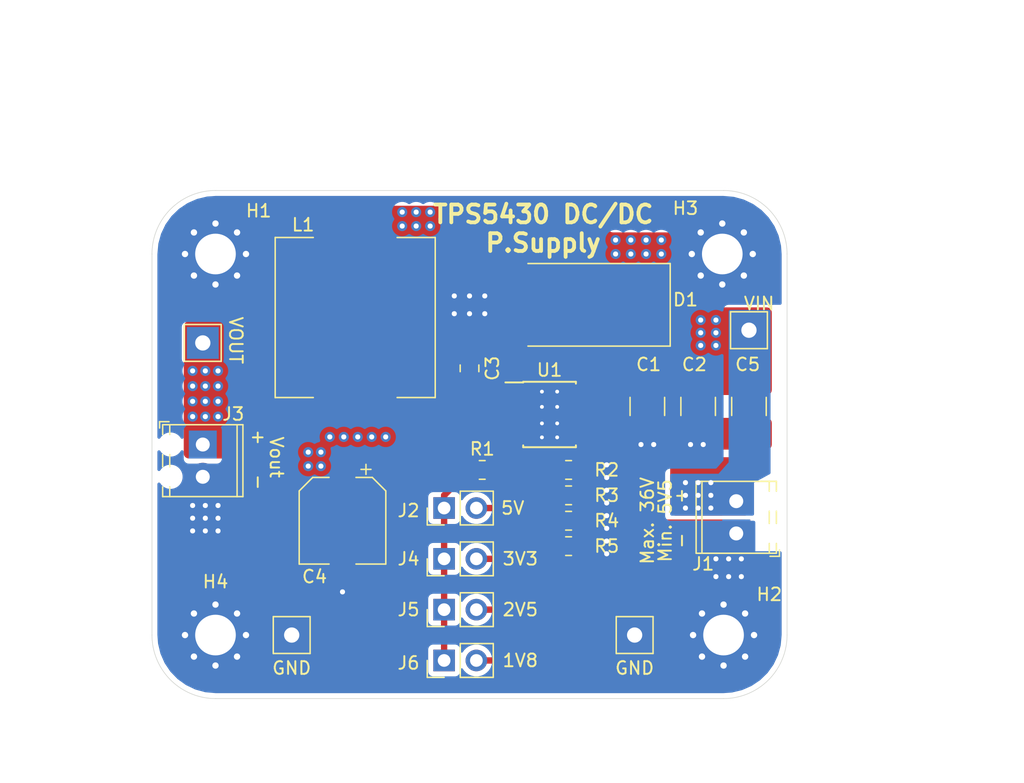
<source format=kicad_pcb>
(kicad_pcb (version 20171130) (host pcbnew "(5.1.9)-1")

  (general
    (thickness 1.6)
    (drawings 28)
    (tracks 115)
    (zones 0)
    (modules 27)
    (nets 14)
  )

  (page A4)
  (title_block
    (date 2021-04-27)
  )

  (layers
    (0 F.Cu signal)
    (31 B.Cu signal)
    (32 B.Adhes user)
    (33 F.Adhes user)
    (34 B.Paste user)
    (35 F.Paste user)
    (36 B.SilkS user)
    (37 F.SilkS user)
    (38 B.Mask user)
    (39 F.Mask user)
    (40 Dwgs.User user)
    (41 Cmts.User user)
    (42 Eco1.User user)
    (43 Eco2.User user)
    (44 Edge.Cuts user)
    (45 Margin user)
    (46 B.CrtYd user)
    (47 F.CrtYd user)
    (48 B.Fab user hide)
    (49 F.Fab user hide)
  )

  (setup
    (last_trace_width 0.3)
    (trace_clearance 0.2)
    (zone_clearance 0.3)
    (zone_45_only no)
    (trace_min 0.2)
    (via_size 0.8)
    (via_drill 0.4)
    (via_min_size 0.4)
    (via_min_drill 0.3)
    (uvia_size 0.3)
    (uvia_drill 0.1)
    (uvias_allowed no)
    (uvia_min_size 0.2)
    (uvia_min_drill 0.1)
    (edge_width 0.5)
    (segment_width 0.2)
    (pcb_text_width 0.3)
    (pcb_text_size 1.5 1.5)
    (mod_edge_width 0.12)
    (mod_text_size 1 1)
    (mod_text_width 0.15)
    (pad_size 1.524 1.524)
    (pad_drill 0.762)
    (pad_to_mask_clearance 0)
    (aux_axis_origin 0 0)
    (grid_origin 60 140)
    (visible_elements 7FFFFFFF)
    (pcbplotparams
      (layerselection 0x010bc_ffffffff)
      (usegerberextensions true)
      (usegerberattributes false)
      (usegerberadvancedattributes false)
      (creategerberjobfile false)
      (excludeedgelayer true)
      (linewidth 0.100000)
      (plotframeref false)
      (viasonmask false)
      (mode 1)
      (useauxorigin false)
      (hpglpennumber 1)
      (hpglpenspeed 20)
      (hpglpendiameter 15.000000)
      (psnegative false)
      (psa4output false)
      (plotreference true)
      (plotvalue true)
      (plotinvisibletext false)
      (padsonsilk false)
      (subtractmaskfromsilk false)
      (outputformat 1)
      (mirror false)
      (drillshape 0)
      (scaleselection 1)
      (outputdirectory "Outputs/Gerber/"))
  )

  (net 0 "")
  (net 1 GND)
  (net 2 /VIN)
  (net 3 "Net-(C3-Pad2)")
  (net 4 /PH)
  (net 5 /VOUT)
  (net 6 "Net-(J2-Pad2)")
  (net 7 "Net-(J2-Pad1)")
  (net 8 "Net-(J4-Pad2)")
  (net 9 "Net-(J5-Pad2)")
  (net 10 "Net-(J6-Pad2)")
  (net 11 "Net-(U1-Pad5)")
  (net 12 "Net-(U1-Pad3)")
  (net 13 "Net-(U1-Pad2)")

  (net_class Default "This is the default net class."
    (clearance 0.2)
    (trace_width 0.3)
    (via_dia 0.8)
    (via_drill 0.4)
    (uvia_dia 0.3)
    (uvia_drill 0.1)
    (add_net /PH)
    (add_net "Net-(C3-Pad2)")
    (add_net "Net-(J2-Pad1)")
    (add_net "Net-(J2-Pad2)")
    (add_net "Net-(J4-Pad2)")
    (add_net "Net-(J5-Pad2)")
    (add_net "Net-(J6-Pad2)")
    (add_net "Net-(U1-Pad2)")
    (add_net "Net-(U1-Pad3)")
    (add_net "Net-(U1-Pad5)")
  )

  (net_class GND ""
    (clearance 0.2)
    (trace_width 0.6)
    (via_dia 0.8)
    (via_drill 0.4)
    (uvia_dia 0.3)
    (uvia_drill 0.1)
    (add_net GND)
  )

  (net_class VIN ""
    (clearance 0.2)
    (trace_width 0.5)
    (via_dia 0.8)
    (via_drill 0.4)
    (uvia_dia 0.3)
    (uvia_drill 0.1)
    (add_net /VIN)
  )

  (net_class VOUT ""
    (clearance 0.2)
    (trace_width 0.8)
    (via_dia 0.8)
    (via_drill 0.4)
    (uvia_dia 0.3)
    (uvia_drill 0.1)
    (add_net /VOUT)
  )

  (module Package_SO:TI_SO-PowerPAD-8_ThermalVias (layer F.Cu) (tedit 5A02F2D3) (tstamp 608E9901)
    (at 91.3 117.635)
    (descr "8-pin HTSOP package with 1.27mm pin pitch, compatible with SOIC-8, 3.9x4.9mm² body, exposed pad, thermal vias with large copper area, as proposed in http://www.ti.com/lit/ds/symlink/tps5430.pdf")
    (tags "HTSOP 1.27")
    (path /607C38E4)
    (attr smd)
    (fp_text reference U1 (at 0 -3.5) (layer F.SilkS)
      (effects (font (size 1 1) (thickness 0.15)))
    )
    (fp_text value TPS5430DDA (at 0 3.5) (layer F.Fab)
      (effects (font (size 1 1) (thickness 0.15)))
    )
    (fp_line (start -2.075 -2.525) (end -3.475 -2.525) (layer F.SilkS) (width 0.15))
    (fp_line (start -2.075 2.575) (end 2.075 2.575) (layer F.SilkS) (width 0.15))
    (fp_line (start -2.075 -2.575) (end 2.075 -2.575) (layer F.SilkS) (width 0.15))
    (fp_line (start -2.075 2.575) (end -2.075 2.43) (layer F.SilkS) (width 0.15))
    (fp_line (start 2.075 2.575) (end 2.075 2.43) (layer F.SilkS) (width 0.15))
    (fp_line (start 2.075 -2.575) (end 2.075 -2.43) (layer F.SilkS) (width 0.15))
    (fp_line (start -2.075 -2.575) (end -2.075 -2.525) (layer F.SilkS) (width 0.15))
    (fp_line (start -3.75 2.75) (end 3.75 2.75) (layer F.CrtYd) (width 0.05))
    (fp_line (start -3.75 -2.75) (end 3.75 -2.75) (layer F.CrtYd) (width 0.05))
    (fp_line (start 3.75 -2.75) (end 3.75 2.75) (layer F.CrtYd) (width 0.05))
    (fp_line (start -3.75 -2.75) (end -3.75 2.75) (layer F.CrtYd) (width 0.05))
    (fp_line (start -1.95 -1.45) (end -0.95 -2.45) (layer F.Fab) (width 0.15))
    (fp_line (start -1.95 2.45) (end -1.95 -1.45) (layer F.Fab) (width 0.15))
    (fp_line (start 1.95 2.45) (end -1.95 2.45) (layer F.Fab) (width 0.15))
    (fp_line (start 1.95 -2.45) (end 1.95 2.45) (layer F.Fab) (width 0.15))
    (fp_line (start -0.95 -2.45) (end 1.95 -2.45) (layer F.Fab) (width 0.15))
    (fp_text user %R (at 0 0) (layer F.Fab)
      (effects (font (size 0.9 0.9) (thickness 0.135)))
    )
    (pad 9 thru_hole circle (at 0.6 1.8) (size 0.6 0.6) (drill 0.3) (layers *.Cu)
      (net 1 GND))
    (pad 9 thru_hole circle (at 0.6 0.7) (size 0.6 0.6) (drill 0.3) (layers *.Cu)
      (net 1 GND))
    (pad 9 thru_hole circle (at -0.6 0.7) (size 0.6 0.6) (drill 0.3) (layers *.Cu)
      (net 1 GND))
    (pad 9 thru_hole circle (at -0.6 1.8) (size 0.6 0.6) (drill 0.3) (layers *.Cu)
      (net 1 GND))
    (pad 9 thru_hole circle (at 0.6 -1.8) (size 0.6 0.6) (drill 0.3) (layers *.Cu)
      (net 1 GND))
    (pad 9 thru_hole circle (at 0.6 -0.6) (size 0.6 0.6) (drill 0.3) (layers *.Cu)
      (net 1 GND))
    (pad 9 thru_hole circle (at -0.6 -0.6) (size 0.6 0.6) (drill 0.3) (layers *.Cu)
      (net 1 GND))
    (pad 9 thru_hole circle (at -0.6 -1.8) (size 0.6 0.6) (drill 0.3) (layers *.Cu)
      (net 1 GND))
    (pad 9 smd rect (at 0 0) (size 2.95 4.5) (layers B.Cu)
      (net 1 GND))
    (pad 8 smd rect (at 2.7 -1.905) (size 1.55 0.6) (layers F.Cu F.Paste F.Mask)
      (net 4 /PH))
    (pad 7 smd rect (at 2.7 -0.635) (size 1.55 0.6) (layers F.Cu F.Paste F.Mask)
      (net 2 /VIN))
    (pad 6 smd rect (at 2.7 0.635) (size 1.55 0.6) (layers F.Cu F.Paste F.Mask)
      (net 1 GND))
    (pad 5 smd rect (at 2.7 1.905) (size 1.55 0.6) (layers F.Cu F.Paste F.Mask)
      (net 11 "Net-(U1-Pad5)"))
    (pad 4 smd rect (at -2.7 1.905) (size 1.55 0.6) (layers F.Cu F.Paste F.Mask)
      (net 7 "Net-(J2-Pad1)"))
    (pad 3 smd rect (at -2.7 0.635) (size 1.55 0.6) (layers F.Cu F.Paste F.Mask)
      (net 12 "Net-(U1-Pad3)"))
    (pad 2 smd rect (at -2.7 -0.635) (size 1.55 0.6) (layers F.Cu F.Paste F.Mask)
      (net 13 "Net-(U1-Pad2)"))
    (pad 1 smd rect (at -2.7 -1.905) (size 1.55 0.6) (layers F.Cu F.Paste F.Mask)
      (net 3 "Net-(C3-Pad2)"))
    (pad 9 smd rect (at 0 0) (size 2.95 4.5) (layers F.Cu)
      (net 1 GND))
    (pad 9 smd rect (at 0 0) (size 2.6 3.1) (layers F.Cu F.Paste F.Mask)
      (net 1 GND))
    (model ${KISYS3DMOD}/Package_SO.3dshapes/HTSOP-8-1EP_3.9x4.9mm_Pitch1.27mm.wrl
      (at (xyz 0 0 0))
      (scale (xyz 1 1 1))
      (rotate (xyz 0 0 0))
    )
  )

  (module TestPoint:TestPoint_THTPad_2.5x2.5mm_Drill1.2mm (layer F.Cu) (tedit 5A0F774F) (tstamp 608E98C0)
    (at 64 112)
    (descr "THT rectangular pad as test Point, square 2.5mm side length, hole diameter 1.2mm")
    (tags "test point THT pad rectangle square")
    (path /6083CD0D)
    (attr virtual)
    (fp_text reference TP4 (at 0 -2.4) (layer F.Fab)
      (effects (font (size 1 1) (thickness 0.15)))
    )
    (fp_text value TestPoint (at 0 2.25) (layer F.Fab)
      (effects (font (size 1 1) (thickness 0.15)))
    )
    (fp_line (start 1.75 1.75) (end -1.75 1.75) (layer F.CrtYd) (width 0.05))
    (fp_line (start 1.75 1.75) (end 1.75 -1.75) (layer F.CrtYd) (width 0.05))
    (fp_line (start -1.75 -1.75) (end -1.75 1.75) (layer F.CrtYd) (width 0.05))
    (fp_line (start -1.75 -1.75) (end 1.75 -1.75) (layer F.CrtYd) (width 0.05))
    (fp_line (start -1.45 1.45) (end -1.45 -1.45) (layer F.SilkS) (width 0.12))
    (fp_line (start 1.45 1.45) (end -1.45 1.45) (layer F.SilkS) (width 0.12))
    (fp_line (start 1.45 -1.45) (end 1.45 1.45) (layer F.SilkS) (width 0.12))
    (fp_line (start -1.45 -1.45) (end 1.45 -1.45) (layer F.SilkS) (width 0.12))
    (fp_text user %R (at 0 -2.15) (layer F.Fab)
      (effects (font (size 1 1) (thickness 0.15)))
    )
    (pad 1 thru_hole rect (at 0 0) (size 2.5 2.5) (drill 1.2) (layers *.Cu *.Mask)
      (net 5 /VOUT))
    (model "${KIPRJMOD}/3D/User Library-Test Point Keystone - 5000 RED/User Library-Test Point Keystone - 5000 RED.STEP"
      (at (xyz 0 0 0))
      (scale (xyz 1 1 1))
      (rotate (xyz 0 0 0))
    )
  )

  (module TestPoint:TestPoint_THTPad_2.5x2.5mm_Drill1.2mm (layer F.Cu) (tedit 5A0F774F) (tstamp 608E978B)
    (at 71 135)
    (descr "THT rectangular pad as test Point, square 2.5mm side length, hole diameter 1.2mm")
    (tags "test point THT pad rectangle square")
    (path /608387A3)
    (attr virtual)
    (fp_text reference TP3 (at 0 2.6) (layer F.Fab)
      (effects (font (size 1 1) (thickness 0.15)))
    )
    (fp_text value TestPoint (at 0 2.25) (layer F.Fab)
      (effects (font (size 1 1) (thickness 0.15)))
    )
    (fp_line (start 1.75 1.75) (end -1.75 1.75) (layer F.CrtYd) (width 0.05))
    (fp_line (start 1.75 1.75) (end 1.75 -1.75) (layer F.CrtYd) (width 0.05))
    (fp_line (start -1.75 -1.75) (end -1.75 1.75) (layer F.CrtYd) (width 0.05))
    (fp_line (start -1.75 -1.75) (end 1.75 -1.75) (layer F.CrtYd) (width 0.05))
    (fp_line (start -1.45 1.45) (end -1.45 -1.45) (layer F.SilkS) (width 0.12))
    (fp_line (start 1.45 1.45) (end -1.45 1.45) (layer F.SilkS) (width 0.12))
    (fp_line (start 1.45 -1.45) (end 1.45 1.45) (layer F.SilkS) (width 0.12))
    (fp_line (start -1.45 -1.45) (end 1.45 -1.45) (layer F.SilkS) (width 0.12))
    (fp_text user %R (at 0 -2.15) (layer F.Fab)
      (effects (font (size 1 1) (thickness 0.15)))
    )
    (pad 1 thru_hole rect (at 0 0) (size 2.5 2.5) (drill 1.2) (layers *.Cu *.Mask)
      (net 1 GND))
    (model "${KIPRJMOD}/3D/User Library-Test Point Keystone - 5001 BLACK/User Library-Test Point Keystone - 5001 BLACK.STEP"
      (at (xyz 0 0 0))
      (scale (xyz 1 1 1))
      (rotate (xyz 0 0 0))
    )
  )

  (module TestPoint:TestPoint_THTPad_2.5x2.5mm_Drill1.2mm (layer F.Cu) (tedit 5A0F774F) (tstamp 608E9812)
    (at 98 135)
    (descr "THT rectangular pad as test Point, square 2.5mm side length, hole diameter 1.2mm")
    (tags "test point THT pad rectangle square")
    (path /607FFB8E)
    (attr virtual)
    (fp_text reference TP2 (at 0 2.6) (layer F.Fab)
      (effects (font (size 1 1) (thickness 0.15)))
    )
    (fp_text value TestPoint (at 0 2.25) (layer F.Fab)
      (effects (font (size 1 1) (thickness 0.15)))
    )
    (fp_line (start 1.75 1.75) (end -1.75 1.75) (layer F.CrtYd) (width 0.05))
    (fp_line (start 1.75 1.75) (end 1.75 -1.75) (layer F.CrtYd) (width 0.05))
    (fp_line (start -1.75 -1.75) (end -1.75 1.75) (layer F.CrtYd) (width 0.05))
    (fp_line (start -1.75 -1.75) (end 1.75 -1.75) (layer F.CrtYd) (width 0.05))
    (fp_line (start -1.45 1.45) (end -1.45 -1.45) (layer F.SilkS) (width 0.12))
    (fp_line (start 1.45 1.45) (end -1.45 1.45) (layer F.SilkS) (width 0.12))
    (fp_line (start 1.45 -1.45) (end 1.45 1.45) (layer F.SilkS) (width 0.12))
    (fp_line (start -1.45 -1.45) (end 1.45 -1.45) (layer F.SilkS) (width 0.12))
    (fp_text user %R (at 0 -2.15) (layer F.Fab)
      (effects (font (size 1 1) (thickness 0.15)))
    )
    (pad 1 thru_hole rect (at 0 0) (size 2.5 2.5) (drill 1.2) (layers *.Cu *.Mask)
      (net 1 GND))
    (model "${KIPRJMOD}/3D/User Library-Test Point Keystone - 5001 BLACK/User Library-Test Point Keystone - 5001 BLACK.STEP"
      (at (xyz 0 0 0))
      (scale (xyz 1 1 1))
      (rotate (xyz 0 0 0))
    )
  )

  (module TestPoint:TestPoint_THTPad_2.5x2.5mm_Drill1.2mm (layer F.Cu) (tedit 5A0F774F) (tstamp 608E9839)
    (at 107 111)
    (descr "THT rectangular pad as test Point, square 2.5mm side length, hole diameter 1.2mm")
    (tags "test point THT pad rectangle square")
    (path /608400DF)
    (attr virtual)
    (fp_text reference TP1 (at -2.4 0 90) (layer F.Fab)
      (effects (font (size 1 1) (thickness 0.15)))
    )
    (fp_text value TestPoint (at 0 2.25) (layer F.Fab)
      (effects (font (size 1 1) (thickness 0.15)))
    )
    (fp_line (start 1.75 1.75) (end -1.75 1.75) (layer F.CrtYd) (width 0.05))
    (fp_line (start 1.75 1.75) (end 1.75 -1.75) (layer F.CrtYd) (width 0.05))
    (fp_line (start -1.75 -1.75) (end -1.75 1.75) (layer F.CrtYd) (width 0.05))
    (fp_line (start -1.75 -1.75) (end 1.75 -1.75) (layer F.CrtYd) (width 0.05))
    (fp_line (start -1.45 1.45) (end -1.45 -1.45) (layer F.SilkS) (width 0.12))
    (fp_line (start 1.45 1.45) (end -1.45 1.45) (layer F.SilkS) (width 0.12))
    (fp_line (start 1.45 -1.45) (end 1.45 1.45) (layer F.SilkS) (width 0.12))
    (fp_line (start -1.45 -1.45) (end 1.45 -1.45) (layer F.SilkS) (width 0.12))
    (fp_text user %R (at 0 -2.15) (layer F.Fab)
      (effects (font (size 1 1) (thickness 0.15)))
    )
    (pad 1 thru_hole rect (at 0 0) (size 2.5 2.5) (drill 1.2) (layers *.Cu *.Mask)
      (net 2 /VIN))
    (model "${KIPRJMOD}/3D/User Library-Test Point Keystone - 5000 RED/User Library-Test Point Keystone - 5000 RED.STEP"
      (at (xyz 0 0 0))
      (scale (xyz 1 1 1))
      (rotate (xyz 0 0 0))
    )
  )

  (module Resistor_SMD:R_0805_2012Metric_Pad1.20x1.40mm_HandSolder (layer F.Cu) (tedit 5F68FEEE) (tstamp 608E97E5)
    (at 92.8 128)
    (descr "Resistor SMD 0805 (2012 Metric), square (rectangular) end terminal, IPC_7351 nominal with elongated pad for handsoldering. (Body size source: IPC-SM-782 page 72, https://www.pcb-3d.com/wordpress/wp-content/uploads/ipc-sm-782a_amendment_1_and_2.pdf), generated with kicad-footprint-generator")
    (tags "resistor handsolder")
    (path /607DC983)
    (attr smd)
    (fp_text reference R5 (at 3 0) (layer F.SilkS)
      (effects (font (size 1 1) (thickness 0.15)))
    )
    (fp_text value 21.5k (at 0 1.65) (layer F.Fab)
      (effects (font (size 1 1) (thickness 0.15)))
    )
    (fp_line (start 1.85 0.95) (end -1.85 0.95) (layer F.CrtYd) (width 0.05))
    (fp_line (start 1.85 -0.95) (end 1.85 0.95) (layer F.CrtYd) (width 0.05))
    (fp_line (start -1.85 -0.95) (end 1.85 -0.95) (layer F.CrtYd) (width 0.05))
    (fp_line (start -1.85 0.95) (end -1.85 -0.95) (layer F.CrtYd) (width 0.05))
    (fp_line (start -0.227064 0.735) (end 0.227064 0.735) (layer F.SilkS) (width 0.12))
    (fp_line (start -0.227064 -0.735) (end 0.227064 -0.735) (layer F.SilkS) (width 0.12))
    (fp_line (start 1 0.625) (end -1 0.625) (layer F.Fab) (width 0.1))
    (fp_line (start 1 -0.625) (end 1 0.625) (layer F.Fab) (width 0.1))
    (fp_line (start -1 -0.625) (end 1 -0.625) (layer F.Fab) (width 0.1))
    (fp_line (start -1 0.625) (end -1 -0.625) (layer F.Fab) (width 0.1))
    (fp_text user %R (at 0 0) (layer F.Fab)
      (effects (font (size 0.5 0.5) (thickness 0.08)))
    )
    (pad 2 smd roundrect (at 1 0) (size 1.2 1.4) (layers F.Cu F.Paste F.Mask) (roundrect_rratio 0.2083325)
      (net 1 GND))
    (pad 1 smd roundrect (at -1 0) (size 1.2 1.4) (layers F.Cu F.Paste F.Mask) (roundrect_rratio 0.2083325)
      (net 10 "Net-(J6-Pad2)"))
    (model ${KISYS3DMOD}/Resistor_SMD.3dshapes/R_0805_2012Metric.wrl
      (at (xyz 0 0 0))
      (scale (xyz 1 1 1))
      (rotate (xyz 0 0 0))
    )
  )

  (module Resistor_SMD:R_0805_2012Metric_Pad1.20x1.40mm_HandSolder (layer F.Cu) (tedit 5F68FEEE) (tstamp 608E9863)
    (at 92.8 126)
    (descr "Resistor SMD 0805 (2012 Metric), square (rectangular) end terminal, IPC_7351 nominal with elongated pad for handsoldering. (Body size source: IPC-SM-782 page 72, https://www.pcb-3d.com/wordpress/wp-content/uploads/ipc-sm-782a_amendment_1_and_2.pdf), generated with kicad-footprint-generator")
    (tags "resistor handsolder")
    (path /607DBEAD)
    (attr smd)
    (fp_text reference R4 (at 3 0) (layer F.SilkS)
      (effects (font (size 1 1) (thickness 0.15)))
    )
    (fp_text value 9.53k (at 0 1.65) (layer F.Fab)
      (effects (font (size 1 1) (thickness 0.15)))
    )
    (fp_line (start 1.85 0.95) (end -1.85 0.95) (layer F.CrtYd) (width 0.05))
    (fp_line (start 1.85 -0.95) (end 1.85 0.95) (layer F.CrtYd) (width 0.05))
    (fp_line (start -1.85 -0.95) (end 1.85 -0.95) (layer F.CrtYd) (width 0.05))
    (fp_line (start -1.85 0.95) (end -1.85 -0.95) (layer F.CrtYd) (width 0.05))
    (fp_line (start -0.227064 0.735) (end 0.227064 0.735) (layer F.SilkS) (width 0.12))
    (fp_line (start -0.227064 -0.735) (end 0.227064 -0.735) (layer F.SilkS) (width 0.12))
    (fp_line (start 1 0.625) (end -1 0.625) (layer F.Fab) (width 0.1))
    (fp_line (start 1 -0.625) (end 1 0.625) (layer F.Fab) (width 0.1))
    (fp_line (start -1 -0.625) (end 1 -0.625) (layer F.Fab) (width 0.1))
    (fp_line (start -1 0.625) (end -1 -0.625) (layer F.Fab) (width 0.1))
    (fp_text user %R (at 0 0) (layer F.Fab)
      (effects (font (size 0.5 0.5) (thickness 0.08)))
    )
    (pad 2 smd roundrect (at 1 0) (size 1.2 1.4) (layers F.Cu F.Paste F.Mask) (roundrect_rratio 0.2083325)
      (net 1 GND))
    (pad 1 smd roundrect (at -1 0) (size 1.2 1.4) (layers F.Cu F.Paste F.Mask) (roundrect_rratio 0.2083325)
      (net 9 "Net-(J5-Pad2)"))
    (model ${KISYS3DMOD}/Resistor_SMD.3dshapes/R_0805_2012Metric.wrl
      (at (xyz 0 0 0))
      (scale (xyz 1 1 1))
      (rotate (xyz 0 0 0))
    )
  )

  (module Resistor_SMD:R_0805_2012Metric_Pad1.20x1.40mm_HandSolder (layer F.Cu) (tedit 5F68FEEE) (tstamp 608E9893)
    (at 92.8 124)
    (descr "Resistor SMD 0805 (2012 Metric), square (rectangular) end terminal, IPC_7351 nominal with elongated pad for handsoldering. (Body size source: IPC-SM-782 page 72, https://www.pcb-3d.com/wordpress/wp-content/uploads/ipc-sm-782a_amendment_1_and_2.pdf), generated with kicad-footprint-generator")
    (tags "resistor handsolder")
    (path /607DB3EF)
    (attr smd)
    (fp_text reference R3 (at 3 0) (layer F.SilkS)
      (effects (font (size 1 1) (thickness 0.15)))
    )
    (fp_text value 5.9k (at 0 1.65) (layer F.Fab)
      (effects (font (size 1 1) (thickness 0.15)))
    )
    (fp_line (start 1.85 0.95) (end -1.85 0.95) (layer F.CrtYd) (width 0.05))
    (fp_line (start 1.85 -0.95) (end 1.85 0.95) (layer F.CrtYd) (width 0.05))
    (fp_line (start -1.85 -0.95) (end 1.85 -0.95) (layer F.CrtYd) (width 0.05))
    (fp_line (start -1.85 0.95) (end -1.85 -0.95) (layer F.CrtYd) (width 0.05))
    (fp_line (start -0.227064 0.735) (end 0.227064 0.735) (layer F.SilkS) (width 0.12))
    (fp_line (start -0.227064 -0.735) (end 0.227064 -0.735) (layer F.SilkS) (width 0.12))
    (fp_line (start 1 0.625) (end -1 0.625) (layer F.Fab) (width 0.1))
    (fp_line (start 1 -0.625) (end 1 0.625) (layer F.Fab) (width 0.1))
    (fp_line (start -1 -0.625) (end 1 -0.625) (layer F.Fab) (width 0.1))
    (fp_line (start -1 0.625) (end -1 -0.625) (layer F.Fab) (width 0.1))
    (fp_text user %R (at 0 0) (layer F.Fab)
      (effects (font (size 0.5 0.5) (thickness 0.08)))
    )
    (pad 2 smd roundrect (at 1 0) (size 1.2 1.4) (layers F.Cu F.Paste F.Mask) (roundrect_rratio 0.2083325)
      (net 1 GND))
    (pad 1 smd roundrect (at -1 0) (size 1.2 1.4) (layers F.Cu F.Paste F.Mask) (roundrect_rratio 0.2083325)
      (net 8 "Net-(J4-Pad2)"))
    (model ${KISYS3DMOD}/Resistor_SMD.3dshapes/R_0805_2012Metric.wrl
      (at (xyz 0 0 0))
      (scale (xyz 1 1 1))
      (rotate (xyz 0 0 0))
    )
  )

  (module Resistor_SMD:R_0805_2012Metric_Pad1.20x1.40mm_HandSolder (layer F.Cu) (tedit 5F68FEEE) (tstamp 608E97B5)
    (at 92.8 122)
    (descr "Resistor SMD 0805 (2012 Metric), square (rectangular) end terminal, IPC_7351 nominal with elongated pad for handsoldering. (Body size source: IPC-SM-782 page 72, https://www.pcb-3d.com/wordpress/wp-content/uploads/ipc-sm-782a_amendment_1_and_2.pdf), generated with kicad-footprint-generator")
    (tags "resistor handsolder")
    (path /607CBA3E)
    (attr smd)
    (fp_text reference R2 (at 3 0) (layer F.SilkS)
      (effects (font (size 1 1) (thickness 0.15)))
    )
    (fp_text value 3.24k (at 0 1.65) (layer F.Fab)
      (effects (font (size 1 1) (thickness 0.15)))
    )
    (fp_line (start 1.85 0.95) (end -1.85 0.95) (layer F.CrtYd) (width 0.05))
    (fp_line (start 1.85 -0.95) (end 1.85 0.95) (layer F.CrtYd) (width 0.05))
    (fp_line (start -1.85 -0.95) (end 1.85 -0.95) (layer F.CrtYd) (width 0.05))
    (fp_line (start -1.85 0.95) (end -1.85 -0.95) (layer F.CrtYd) (width 0.05))
    (fp_line (start -0.227064 0.735) (end 0.227064 0.735) (layer F.SilkS) (width 0.12))
    (fp_line (start -0.227064 -0.735) (end 0.227064 -0.735) (layer F.SilkS) (width 0.12))
    (fp_line (start 1 0.625) (end -1 0.625) (layer F.Fab) (width 0.1))
    (fp_line (start 1 -0.625) (end 1 0.625) (layer F.Fab) (width 0.1))
    (fp_line (start -1 -0.625) (end 1 -0.625) (layer F.Fab) (width 0.1))
    (fp_line (start -1 0.625) (end -1 -0.625) (layer F.Fab) (width 0.1))
    (fp_text user %R (at 0 0) (layer F.Fab)
      (effects (font (size 0.5 0.5) (thickness 0.08)))
    )
    (pad 2 smd roundrect (at 1 0) (size 1.2 1.4) (layers F.Cu F.Paste F.Mask) (roundrect_rratio 0.2083325)
      (net 1 GND))
    (pad 1 smd roundrect (at -1 0) (size 1.2 1.4) (layers F.Cu F.Paste F.Mask) (roundrect_rratio 0.2083325)
      (net 6 "Net-(J2-Pad2)"))
    (model ${KISYS3DMOD}/Resistor_SMD.3dshapes/R_0805_2012Metric.wrl
      (at (xyz 0 0 0))
      (scale (xyz 1 1 1))
      (rotate (xyz 0 0 0))
    )
  )

  (module Resistor_SMD:R_0805_2012Metric_Pad1.20x1.40mm_HandSolder (layer F.Cu) (tedit 5F68FEEE) (tstamp 608E9656)
    (at 86 122)
    (descr "Resistor SMD 0805 (2012 Metric), square (rectangular) end terminal, IPC_7351 nominal with elongated pad for handsoldering. (Body size source: IPC-SM-782 page 72, https://www.pcb-3d.com/wordpress/wp-content/uploads/ipc-sm-782a_amendment_1_and_2.pdf), generated with kicad-footprint-generator")
    (tags "resistor handsolder")
    (path /607CB4F0)
    (attr smd)
    (fp_text reference R1 (at 0 -1.65) (layer F.SilkS)
      (effects (font (size 1 1) (thickness 0.15)))
    )
    (fp_text value 10k (at 0 1.65) (layer F.Fab)
      (effects (font (size 1 1) (thickness 0.15)))
    )
    (fp_line (start 1.85 0.95) (end -1.85 0.95) (layer F.CrtYd) (width 0.05))
    (fp_line (start 1.85 -0.95) (end 1.85 0.95) (layer F.CrtYd) (width 0.05))
    (fp_line (start -1.85 -0.95) (end 1.85 -0.95) (layer F.CrtYd) (width 0.05))
    (fp_line (start -1.85 0.95) (end -1.85 -0.95) (layer F.CrtYd) (width 0.05))
    (fp_line (start -0.227064 0.735) (end 0.227064 0.735) (layer F.SilkS) (width 0.12))
    (fp_line (start -0.227064 -0.735) (end 0.227064 -0.735) (layer F.SilkS) (width 0.12))
    (fp_line (start 1 0.625) (end -1 0.625) (layer F.Fab) (width 0.1))
    (fp_line (start 1 -0.625) (end 1 0.625) (layer F.Fab) (width 0.1))
    (fp_line (start -1 -0.625) (end 1 -0.625) (layer F.Fab) (width 0.1))
    (fp_line (start -1 0.625) (end -1 -0.625) (layer F.Fab) (width 0.1))
    (fp_text user %R (at 0 0) (layer F.Fab)
      (effects (font (size 0.5 0.5) (thickness 0.08)))
    )
    (pad 2 smd roundrect (at 1 0) (size 1.2 1.4) (layers F.Cu F.Paste F.Mask) (roundrect_rratio 0.2083325)
      (net 7 "Net-(J2-Pad1)"))
    (pad 1 smd roundrect (at -1 0) (size 1.2 1.4) (layers F.Cu F.Paste F.Mask) (roundrect_rratio 0.2083325)
      (net 5 /VOUT))
    (model ${KISYS3DMOD}/Resistor_SMD.3dshapes/R_0805_2012Metric.wrl
      (at (xyz 0 0 0))
      (scale (xyz 1 1 1))
      (rotate (xyz 0 0 0))
    )
  )

  (module Inductor_SMD:L_Wuerth_WE-PD-Typ-LS_Handsoldering (layer F.Cu) (tedit 5990349D) (tstamp 608E96CE)
    (at 76 110 270)
    (descr "Shielded Power Inductor, Wuerth Elektronik, WE-PD, SMD, Typ LS, Handsoldering, https://katalog.we-online.com/pbs/datasheet/7447715906.pdf")
    (tags "Choke Shielded Power Inductor WE-PD TypLS Wuerth")
    (path /607C939D)
    (attr smd)
    (fp_text reference L1 (at -7.3 4.1 180) (layer F.SilkS)
      (effects (font (size 1 1) (thickness 0.15)))
    )
    (fp_text value 22uH (at 0 7.5 90) (layer F.Fab)
      (effects (font (size 1 1) (thickness 0.15)))
    )
    (fp_circle (center -2.1 3) (end -1.8 3.25) (layer F.Fab) (width 0.1))
    (fp_circle (center 0 0) (end 0.15 0.15) (layer F.Adhes) (width 0.38))
    (fp_circle (center 0 0) (end 0.55 0) (layer F.Adhes) (width 0.38))
    (fp_circle (center 0 0) (end 0.9 0) (layer F.Adhes) (width 0.38))
    (fp_line (start 6.2 -6.2) (end 6.2 -3.3) (layer F.Fab) (width 0.1))
    (fp_line (start -6.2 -6.2) (end -6.2 -3.3) (layer F.Fab) (width 0.1))
    (fp_line (start 6.2 -6.2) (end -6.2 -6.2) (layer F.Fab) (width 0.1))
    (fp_line (start 6.2 6.2) (end 6.2 3.3) (layer F.Fab) (width 0.1))
    (fp_line (start -6.2 6.2) (end 6.2 6.2) (layer F.Fab) (width 0.1))
    (fp_line (start -6.2 3.3) (end -6.2 6.2) (layer F.Fab) (width 0.1))
    (fp_line (start -5 -3.5) (end -4.8 -3.2) (layer F.Fab) (width 0.1))
    (fp_line (start -5.1 -4) (end -5 -3.5) (layer F.Fab) (width 0.1))
    (fp_line (start -4.9 -4.5) (end -5.1 -4) (layer F.Fab) (width 0.1))
    (fp_line (start -4.6 -4.8) (end -4.9 -4.5) (layer F.Fab) (width 0.1))
    (fp_line (start -4.2 -5) (end -4.6 -4.8) (layer F.Fab) (width 0.1))
    (fp_line (start -3.7 -5.1) (end -4.2 -5) (layer F.Fab) (width 0.1))
    (fp_line (start -3.3 -4.9) (end -3.7 -5.1) (layer F.Fab) (width 0.1))
    (fp_line (start -3 -4.7) (end -3.3 -4.9) (layer F.Fab) (width 0.1))
    (fp_line (start -2.6 -4.9) (end -3 -4.7) (layer F.Fab) (width 0.1))
    (fp_line (start -1.7 -5.3) (end -2.6 -4.9) (layer F.Fab) (width 0.1))
    (fp_line (start -0.8 -5.5) (end -1.7 -5.3) (layer F.Fab) (width 0.1))
    (fp_line (start 0 -5.6) (end -0.8 -5.5) (layer F.Fab) (width 0.1))
    (fp_line (start 0.9 -5.5) (end 0 -5.6) (layer F.Fab) (width 0.1))
    (fp_line (start 1.7 -5.3) (end 0.9 -5.5) (layer F.Fab) (width 0.1))
    (fp_line (start 2.2 -5.1) (end 1.7 -5.3) (layer F.Fab) (width 0.1))
    (fp_line (start 2.6 -4.9) (end 2.2 -5.1) (layer F.Fab) (width 0.1))
    (fp_line (start 3 -4.6) (end 2.6 -4.9) (layer F.Fab) (width 0.1))
    (fp_line (start 3.3 -4.9) (end 3 -4.6) (layer F.Fab) (width 0.1))
    (fp_line (start 3.6 -5) (end 3.3 -4.9) (layer F.Fab) (width 0.1))
    (fp_line (start 3.9 -5.1) (end 3.6 -5) (layer F.Fab) (width 0.1))
    (fp_line (start 4.2 -5.1) (end 3.9 -5.1) (layer F.Fab) (width 0.1))
    (fp_line (start 4.5 -4.9) (end 4.2 -5.1) (layer F.Fab) (width 0.1))
    (fp_line (start 4.8 -4.7) (end 4.5 -4.9) (layer F.Fab) (width 0.1))
    (fp_line (start 5 -4.3) (end 4.8 -4.7) (layer F.Fab) (width 0.1))
    (fp_line (start 5.1 -4) (end 5 -4.3) (layer F.Fab) (width 0.1))
    (fp_line (start 5 -3.6) (end 5.1 -4) (layer F.Fab) (width 0.1))
    (fp_line (start 4.9 -3.3) (end 5 -3.6) (layer F.Fab) (width 0.1))
    (fp_line (start -5 3.6) (end -4.8 3.2) (layer F.Fab) (width 0.1))
    (fp_line (start -5.1 4.1) (end -5 3.6) (layer F.Fab) (width 0.1))
    (fp_line (start -4.9 4.6) (end -5.1 4.1) (layer F.Fab) (width 0.1))
    (fp_line (start -4.6 4.8) (end -4.9 4.6) (layer F.Fab) (width 0.1))
    (fp_line (start -4.3 5) (end -4.6 4.8) (layer F.Fab) (width 0.1))
    (fp_line (start -3.9 5.1) (end -4.3 5) (layer F.Fab) (width 0.1))
    (fp_line (start -3.3 4.9) (end -3.9 5.1) (layer F.Fab) (width 0.1))
    (fp_line (start -3 4.7) (end -3.3 4.9) (layer F.Fab) (width 0.1))
    (fp_line (start -2.6 4.9) (end -3 4.7) (layer F.Fab) (width 0.1))
    (fp_line (start -2.1 5.1) (end -2.6 4.9) (layer F.Fab) (width 0.1))
    (fp_line (start -1.5 5.3) (end -2.1 5.1) (layer F.Fab) (width 0.1))
    (fp_line (start -0.6 5.5) (end -1.5 5.3) (layer F.Fab) (width 0.1))
    (fp_line (start 0.6 5.5) (end -0.6 5.5) (layer F.Fab) (width 0.1))
    (fp_line (start 1.6 5.3) (end 0.6 5.5) (layer F.Fab) (width 0.1))
    (fp_line (start 2.4 5) (end 1.6 5.3) (layer F.Fab) (width 0.1))
    (fp_line (start 3 4.6) (end 2.4 5) (layer F.Fab) (width 0.1))
    (fp_line (start 3.1 4.7) (end 3 4.6) (layer F.Fab) (width 0.1))
    (fp_line (start 3.5 5) (end 3.1 4.7) (layer F.Fab) (width 0.1))
    (fp_line (start 4 5.1) (end 3.5 5) (layer F.Fab) (width 0.1))
    (fp_line (start 4.5 5) (end 4 5.1) (layer F.Fab) (width 0.1))
    (fp_line (start 4.8 4.6) (end 4.5 5) (layer F.Fab) (width 0.1))
    (fp_line (start 5 4.3) (end 4.8 4.6) (layer F.Fab) (width 0.1))
    (fp_line (start 5.1 3.8) (end 5 4.3) (layer F.Fab) (width 0.1))
    (fp_line (start 5 3.4) (end 5.1 3.8) (layer F.Fab) (width 0.1))
    (fp_line (start 4.9 3.3) (end 5 3.4) (layer F.Fab) (width 0.1))
    (fp_line (start -6.75 -6.5) (end 6.75 -6.5) (layer F.CrtYd) (width 0.05))
    (fp_line (start 6.75 6.5) (end -6.75 6.5) (layer F.CrtYd) (width 0.05))
    (fp_line (start -6.3 6.3) (end -6.3 3.3) (layer F.SilkS) (width 0.12))
    (fp_line (start 6.3 6.3) (end -6.3 6.3) (layer F.SilkS) (width 0.12))
    (fp_line (start 6.3 3.3) (end 6.3 6.3) (layer F.SilkS) (width 0.12))
    (fp_line (start 6.3 -6.3) (end 6.3 -3.3) (layer F.SilkS) (width 0.12))
    (fp_line (start -6.3 -6.3) (end 6.3 -6.3) (layer F.SilkS) (width 0.12))
    (fp_line (start -6.3 -3.3) (end -6.3 -6.3) (layer F.SilkS) (width 0.12))
    (fp_line (start 6.75 3) (end 6.75 6.5) (layer F.CrtYd) (width 0.05))
    (fp_line (start 8.75 3) (end 6.75 3) (layer F.CrtYd) (width 0.05))
    (fp_line (start 8.75 -3) (end 8.75 3) (layer F.CrtYd) (width 0.05))
    (fp_line (start 6.75 -3) (end 8.75 -3) (layer F.CrtYd) (width 0.05))
    (fp_line (start 6.75 -6.5) (end 6.75 -3) (layer F.CrtYd) (width 0.05))
    (fp_line (start -6.75 -3) (end -6.75 -6.5) (layer F.CrtYd) (width 0.05))
    (fp_line (start -8.75 -3) (end -6.75 -3) (layer F.CrtYd) (width 0.05))
    (fp_line (start -8.75 3) (end -8.75 -3) (layer F.CrtYd) (width 0.05))
    (fp_line (start -6.75 3) (end -8.75 3) (layer F.CrtYd) (width 0.05))
    (fp_line (start -6.75 6.5) (end -6.75 3) (layer F.CrtYd) (width 0.05))
    (fp_line (start -6.2 -3.3) (end -6.2 3.3) (layer F.Fab) (width 0.1))
    (fp_line (start 6.2 3.3) (end 6.2 -3.4) (layer F.Fab) (width 0.1))
    (fp_text user %R (at 0 0 90) (layer F.Fab)
      (effects (font (size 1 1) (thickness 0.15)))
    )
    (pad 2 smd rect (at 5.9 0 270) (size 4.9 5.4) (layers F.Cu F.Paste F.Mask)
      (net 5 /VOUT))
    (pad 1 smd rect (at -5.9 0 270) (size 4.9 5.4) (layers F.Cu F.Paste F.Mask)
      (net 4 /PH))
    (model ${KISYS3DMOD}/Inductor_SMD.3dshapes/L_Wuerth_WE-PD-Typ-LS.wrl
      (at (xyz 0 0 0))
      (scale (xyz 1 1 1))
      (rotate (xyz 0 0 0))
    )
    (model "${KIPRJMOD}/3D/Download_WE-PD_1210_STP (rev1).stp"
      (at (xyz 0 0 0))
      (scale (xyz 1 1 1))
      (rotate (xyz 0 0 0))
    )
  )

  (module Connector_PinHeader_2.54mm:PinHeader_1x02_P2.54mm_Vertical (layer F.Cu) (tedit 59FED5CC) (tstamp 608E9964)
    (at 83 137 90)
    (descr "Through hole straight pin header, 1x02, 2.54mm pitch, single row")
    (tags "Through hole pin header THT 1x02 2.54mm single row")
    (path /6082DF89)
    (fp_text reference J6 (at -0.2 -2.8 180) (layer F.SilkS)
      (effects (font (size 1 1) (thickness 0.15)))
    )
    (fp_text value Conn_01x02 (at 0 4.87 90) (layer F.Fab)
      (effects (font (size 1 1) (thickness 0.15)))
    )
    (fp_line (start 1.8 -1.8) (end -1.8 -1.8) (layer F.CrtYd) (width 0.05))
    (fp_line (start 1.8 4.35) (end 1.8 -1.8) (layer F.CrtYd) (width 0.05))
    (fp_line (start -1.8 4.35) (end 1.8 4.35) (layer F.CrtYd) (width 0.05))
    (fp_line (start -1.8 -1.8) (end -1.8 4.35) (layer F.CrtYd) (width 0.05))
    (fp_line (start -1.33 -1.33) (end 0 -1.33) (layer F.SilkS) (width 0.12))
    (fp_line (start -1.33 0) (end -1.33 -1.33) (layer F.SilkS) (width 0.12))
    (fp_line (start -1.33 1.27) (end 1.33 1.27) (layer F.SilkS) (width 0.12))
    (fp_line (start 1.33 1.27) (end 1.33 3.87) (layer F.SilkS) (width 0.12))
    (fp_line (start -1.33 1.27) (end -1.33 3.87) (layer F.SilkS) (width 0.12))
    (fp_line (start -1.33 3.87) (end 1.33 3.87) (layer F.SilkS) (width 0.12))
    (fp_line (start -1.27 -0.635) (end -0.635 -1.27) (layer F.Fab) (width 0.1))
    (fp_line (start -1.27 3.81) (end -1.27 -0.635) (layer F.Fab) (width 0.1))
    (fp_line (start 1.27 3.81) (end -1.27 3.81) (layer F.Fab) (width 0.1))
    (fp_line (start 1.27 -1.27) (end 1.27 3.81) (layer F.Fab) (width 0.1))
    (fp_line (start -0.635 -1.27) (end 1.27 -1.27) (layer F.Fab) (width 0.1))
    (fp_text user %R (at 0 1.27) (layer F.Fab)
      (effects (font (size 1 1) (thickness 0.15)))
    )
    (pad 2 thru_hole oval (at 0 2.54 90) (size 1.7 1.7) (drill 1) (layers *.Cu *.Mask)
      (net 10 "Net-(J6-Pad2)"))
    (pad 1 thru_hole rect (at 0 0 90) (size 1.7 1.7) (drill 1) (layers *.Cu *.Mask)
      (net 7 "Net-(J2-Pad1)"))
    (model ${KISYS3DMOD}/Connector_PinHeader_2.54mm.3dshapes/PinHeader_1x02_P2.54mm_Vertical.wrl
      (at (xyz 0 0 0))
      (scale (xyz 1 1 1))
      (rotate (xyz 0 0 0))
    )
  )

  (module Connector_PinHeader_2.54mm:PinHeader_1x02_P2.54mm_Vertical (layer F.Cu) (tedit 59FED5CC) (tstamp 608E9B4D)
    (at 83 133 90)
    (descr "Through hole straight pin header, 1x02, 2.54mm pitch, single row")
    (tags "Through hole pin header THT 1x02 2.54mm single row")
    (path /608319C3)
    (fp_text reference J5 (at 0 -2.8 180) (layer F.SilkS)
      (effects (font (size 1 1) (thickness 0.15)))
    )
    (fp_text value Conn_01x02 (at 0 4.87 90) (layer F.Fab)
      (effects (font (size 1 1) (thickness 0.15)))
    )
    (fp_line (start 1.8 -1.8) (end -1.8 -1.8) (layer F.CrtYd) (width 0.05))
    (fp_line (start 1.8 4.35) (end 1.8 -1.8) (layer F.CrtYd) (width 0.05))
    (fp_line (start -1.8 4.35) (end 1.8 4.35) (layer F.CrtYd) (width 0.05))
    (fp_line (start -1.8 -1.8) (end -1.8 4.35) (layer F.CrtYd) (width 0.05))
    (fp_line (start -1.33 -1.33) (end 0 -1.33) (layer F.SilkS) (width 0.12))
    (fp_line (start -1.33 0) (end -1.33 -1.33) (layer F.SilkS) (width 0.12))
    (fp_line (start -1.33 1.27) (end 1.33 1.27) (layer F.SilkS) (width 0.12))
    (fp_line (start 1.33 1.27) (end 1.33 3.87) (layer F.SilkS) (width 0.12))
    (fp_line (start -1.33 1.27) (end -1.33 3.87) (layer F.SilkS) (width 0.12))
    (fp_line (start -1.33 3.87) (end 1.33 3.87) (layer F.SilkS) (width 0.12))
    (fp_line (start -1.27 -0.635) (end -0.635 -1.27) (layer F.Fab) (width 0.1))
    (fp_line (start -1.27 3.81) (end -1.27 -0.635) (layer F.Fab) (width 0.1))
    (fp_line (start 1.27 3.81) (end -1.27 3.81) (layer F.Fab) (width 0.1))
    (fp_line (start 1.27 -1.27) (end 1.27 3.81) (layer F.Fab) (width 0.1))
    (fp_line (start -0.635 -1.27) (end 1.27 -1.27) (layer F.Fab) (width 0.1))
    (fp_text user %R (at 0 1.27) (layer F.Fab)
      (effects (font (size 1 1) (thickness 0.15)))
    )
    (pad 2 thru_hole oval (at 0 2.54 90) (size 1.7 1.7) (drill 1) (layers *.Cu *.Mask)
      (net 9 "Net-(J5-Pad2)"))
    (pad 1 thru_hole rect (at 0 0 90) (size 1.7 1.7) (drill 1) (layers *.Cu *.Mask)
      (net 7 "Net-(J2-Pad1)"))
    (model ${KISYS3DMOD}/Connector_PinHeader_2.54mm.3dshapes/PinHeader_1x02_P2.54mm_Vertical.wrl
      (at (xyz 0 0 0))
      (scale (xyz 1 1 1))
      (rotate (xyz 0 0 0))
    )
  )

  (module Connector_PinHeader_2.54mm:PinHeader_1x02_P2.54mm_Vertical (layer F.Cu) (tedit 59FED5CC) (tstamp 608E9A9F)
    (at 83 129 90)
    (descr "Through hole straight pin header, 1x02, 2.54mm pitch, single row")
    (tags "Through hole pin header THT 1x02 2.54mm single row")
    (path /60830843)
    (fp_text reference J4 (at 0 -2.8 180) (layer F.SilkS)
      (effects (font (size 1 1) (thickness 0.15)))
    )
    (fp_text value Conn_01x02 (at 0 4.87 90) (layer F.Fab)
      (effects (font (size 1 1) (thickness 0.15)))
    )
    (fp_line (start 1.8 -1.8) (end -1.8 -1.8) (layer F.CrtYd) (width 0.05))
    (fp_line (start 1.8 4.35) (end 1.8 -1.8) (layer F.CrtYd) (width 0.05))
    (fp_line (start -1.8 4.35) (end 1.8 4.35) (layer F.CrtYd) (width 0.05))
    (fp_line (start -1.8 -1.8) (end -1.8 4.35) (layer F.CrtYd) (width 0.05))
    (fp_line (start -1.33 -1.33) (end 0 -1.33) (layer F.SilkS) (width 0.12))
    (fp_line (start -1.33 0) (end -1.33 -1.33) (layer F.SilkS) (width 0.12))
    (fp_line (start -1.33 1.27) (end 1.33 1.27) (layer F.SilkS) (width 0.12))
    (fp_line (start 1.33 1.27) (end 1.33 3.87) (layer F.SilkS) (width 0.12))
    (fp_line (start -1.33 1.27) (end -1.33 3.87) (layer F.SilkS) (width 0.12))
    (fp_line (start -1.33 3.87) (end 1.33 3.87) (layer F.SilkS) (width 0.12))
    (fp_line (start -1.27 -0.635) (end -0.635 -1.27) (layer F.Fab) (width 0.1))
    (fp_line (start -1.27 3.81) (end -1.27 -0.635) (layer F.Fab) (width 0.1))
    (fp_line (start 1.27 3.81) (end -1.27 3.81) (layer F.Fab) (width 0.1))
    (fp_line (start 1.27 -1.27) (end 1.27 3.81) (layer F.Fab) (width 0.1))
    (fp_line (start -0.635 -1.27) (end 1.27 -1.27) (layer F.Fab) (width 0.1))
    (fp_text user %R (at 0 1.27) (layer F.Fab)
      (effects (font (size 1 1) (thickness 0.15)))
    )
    (pad 2 thru_hole oval (at 0 2.54 90) (size 1.7 1.7) (drill 1) (layers *.Cu *.Mask)
      (net 8 "Net-(J4-Pad2)"))
    (pad 1 thru_hole rect (at 0 0 90) (size 1.7 1.7) (drill 1) (layers *.Cu *.Mask)
      (net 7 "Net-(J2-Pad1)"))
    (model ${KISYS3DMOD}/Connector_PinHeader_2.54mm.3dshapes/PinHeader_1x02_P2.54mm_Vertical.wrl
      (at (xyz 0 0 0))
      (scale (xyz 1 1 1))
      (rotate (xyz 0 0 0))
    )
  )

  (module TerminalBlock_Phoenix:TerminalBlock_Phoenix_MPT-0,5-2-2.54_1x02_P2.54mm_Horizontal locked (layer F.Cu) (tedit 5B294F98) (tstamp 608E9AEE)
    (at 64 120 270)
    (descr "Terminal Block Phoenix MPT-0,5-2-2.54, 2 pins, pitch 2.54mm, size 5.54x6.2mm^2, drill diamater 1.1mm, pad diameter 2.2mm, see http://www.mouser.com/ds/2/324/ItemDetail_1725656-920552.pdf, script-generated using https://github.com/pointhi/kicad-footprint-generator/scripts/TerminalBlock_Phoenix")
    (tags "THT Terminal Block Phoenix MPT-0,5-2-2.54 pitch 2.54mm size 5.54x6.2mm^2 drill 1.1mm pad 2.2mm")
    (path /60834AE1)
    (fp_text reference J3 (at -2.4 -2.4 180) (layer F.SilkS)
      (effects (font (size 1 1) (thickness 0.15)))
    )
    (fp_text value Conn_01x02 (at 1.27 4.16 90) (layer F.Fab)
      (effects (font (size 1 1) (thickness 0.15)))
    )
    (fp_line (start 4.54 -3.6) (end -2 -3.6) (layer F.CrtYd) (width 0.05))
    (fp_line (start 4.54 3.6) (end 4.54 -3.6) (layer F.CrtYd) (width 0.05))
    (fp_line (start -2 3.6) (end 4.54 3.6) (layer F.CrtYd) (width 0.05))
    (fp_line (start -2 -3.6) (end -2 3.6) (layer F.CrtYd) (width 0.05))
    (fp_line (start -1.8 3.4) (end -1.3 3.4) (layer F.SilkS) (width 0.12))
    (fp_line (start -1.8 2.66) (end -1.8 3.4) (layer F.SilkS) (width 0.12))
    (fp_line (start 3.241 -0.835) (end 1.706 0.7) (layer F.Fab) (width 0.1))
    (fp_line (start 3.375 -0.7) (end 1.84 0.835) (layer F.Fab) (width 0.1))
    (fp_line (start 0.701 -0.835) (end -0.835 0.7) (layer F.Fab) (width 0.1))
    (fp_line (start 0.835 -0.7) (end -0.701 0.835) (layer F.Fab) (width 0.1))
    (fp_line (start 4.1 -3.16) (end 4.1 3.16) (layer F.SilkS) (width 0.12))
    (fp_line (start -1.56 -3.16) (end -1.56 3.16) (layer F.SilkS) (width 0.12))
    (fp_line (start 3.33 3.16) (end 4.1 3.16) (layer F.SilkS) (width 0.12))
    (fp_line (start 0.79 3.16) (end 1.75 3.16) (layer F.SilkS) (width 0.12))
    (fp_line (start -1.56 3.16) (end -0.79 3.16) (layer F.SilkS) (width 0.12))
    (fp_line (start -1.56 -3.16) (end 4.1 -3.16) (layer F.SilkS) (width 0.12))
    (fp_line (start -1.56 -2.7) (end 4.1 -2.7) (layer F.SilkS) (width 0.12))
    (fp_line (start -1.5 -2.7) (end 4.04 -2.7) (layer F.Fab) (width 0.1))
    (fp_line (start 3.33 2.6) (end 4.1 2.6) (layer F.SilkS) (width 0.12))
    (fp_line (start 0.79 2.6) (end 1.75 2.6) (layer F.SilkS) (width 0.12))
    (fp_line (start -1.56 2.6) (end -0.79 2.6) (layer F.SilkS) (width 0.12))
    (fp_line (start -1.5 2.6) (end 4.04 2.6) (layer F.Fab) (width 0.1))
    (fp_line (start -1.5 2.6) (end -1.5 -3.1) (layer F.Fab) (width 0.1))
    (fp_line (start -1 3.1) (end -1.5 2.6) (layer F.Fab) (width 0.1))
    (fp_line (start 4.04 3.1) (end -1 3.1) (layer F.Fab) (width 0.1))
    (fp_line (start 4.04 -3.1) (end 4.04 3.1) (layer F.Fab) (width 0.1))
    (fp_line (start -1.5 -3.1) (end 4.04 -3.1) (layer F.Fab) (width 0.1))
    (fp_circle (center 2.54 0) (end 3.64 0) (layer F.Fab) (width 0.1))
    (fp_circle (center 0 0) (end 1.1 0) (layer F.Fab) (width 0.1))
    (fp_text user %R (at 1.27 2 90) (layer F.Fab)
      (effects (font (size 1 1) (thickness 0.15)))
    )
    (pad "" np_thru_hole circle (at 2.54 2.54 270) (size 1.1 1.1) (drill 1.1) (layers *.Cu *.Mask))
    (pad 2 thru_hole circle (at 2.54 0 270) (size 2.2 2.2) (drill 1.1) (layers *.Cu *.Mask)
      (net 1 GND))
    (pad "" np_thru_hole circle (at 0 2.54 270) (size 1.1 1.1) (drill 1.1) (layers *.Cu *.Mask))
    (pad 1 thru_hole rect (at 0 0 270) (size 2.2 2.2) (drill 1.1) (layers *.Cu *.Mask)
      (net 5 /VOUT))
    (model ${KISYS3DMOD}/TerminalBlock_Phoenix.3dshapes/TerminalBlock_Phoenix_MPT-0,5-2-2.54_1x02_P2.54mm_Horizontal.wrl
      (at (xyz 0 0 0))
      (scale (xyz 1 1 1))
      (rotate (xyz 0 0 0))
    )
  )

  (module Connector_PinHeader_2.54mm:PinHeader_1x02_P2.54mm_Vertical (layer F.Cu) (tedit 59FED5CC) (tstamp 608E99F1)
    (at 83 125 90)
    (descr "Through hole straight pin header, 1x02, 2.54mm pitch, single row")
    (tags "Through hole pin header THT 1x02 2.54mm single row")
    (path /607DE6B8)
    (fp_text reference J2 (at -0.2 -2.8 180) (layer F.SilkS)
      (effects (font (size 1 1) (thickness 0.15)))
    )
    (fp_text value Conn_01x02 (at 0 4.87 90) (layer F.Fab)
      (effects (font (size 1 1) (thickness 0.15)))
    )
    (fp_line (start 1.8 -1.8) (end -1.8 -1.8) (layer F.CrtYd) (width 0.05))
    (fp_line (start 1.8 4.35) (end 1.8 -1.8) (layer F.CrtYd) (width 0.05))
    (fp_line (start -1.8 4.35) (end 1.8 4.35) (layer F.CrtYd) (width 0.05))
    (fp_line (start -1.8 -1.8) (end -1.8 4.35) (layer F.CrtYd) (width 0.05))
    (fp_line (start -1.33 -1.33) (end 0 -1.33) (layer F.SilkS) (width 0.12))
    (fp_line (start -1.33 0) (end -1.33 -1.33) (layer F.SilkS) (width 0.12))
    (fp_line (start -1.33 1.27) (end 1.33 1.27) (layer F.SilkS) (width 0.12))
    (fp_line (start 1.33 1.27) (end 1.33 3.87) (layer F.SilkS) (width 0.12))
    (fp_line (start -1.33 1.27) (end -1.33 3.87) (layer F.SilkS) (width 0.12))
    (fp_line (start -1.33 3.87) (end 1.33 3.87) (layer F.SilkS) (width 0.12))
    (fp_line (start -1.27 -0.635) (end -0.635 -1.27) (layer F.Fab) (width 0.1))
    (fp_line (start -1.27 3.81) (end -1.27 -0.635) (layer F.Fab) (width 0.1))
    (fp_line (start 1.27 3.81) (end -1.27 3.81) (layer F.Fab) (width 0.1))
    (fp_line (start 1.27 -1.27) (end 1.27 3.81) (layer F.Fab) (width 0.1))
    (fp_line (start -0.635 -1.27) (end 1.27 -1.27) (layer F.Fab) (width 0.1))
    (fp_text user %R (at 0 1.27) (layer F.Fab)
      (effects (font (size 1 1) (thickness 0.15)))
    )
    (pad 2 thru_hole oval (at 0 2.54 90) (size 1.7 1.7) (drill 1) (layers *.Cu *.Mask)
      (net 6 "Net-(J2-Pad2)"))
    (pad 1 thru_hole rect (at 0 0 90) (size 1.7 1.7) (drill 1) (layers *.Cu *.Mask)
      (net 7 "Net-(J2-Pad1)"))
    (model ${KISYS3DMOD}/Connector_PinHeader_2.54mm.3dshapes/PinHeader_1x02_P2.54mm_Vertical.wrl
      (at (xyz 0 0 0))
      (scale (xyz 1 1 1))
      (rotate (xyz 0 0 0))
    )
    (model "${KIPRJMOD}/3D/60900213621 (rev1).stp"
      (offset (xyz 0 -1.2 5.5))
      (scale (xyz 1 1 1))
      (rotate (xyz 0 0 90))
    )
  )

  (module TerminalBlock_Phoenix:TerminalBlock_Phoenix_MPT-0,5-2-2.54_1x02_P2.54mm_Horizontal locked (layer F.Cu) (tedit 5B294F98) (tstamp 608E9A40)
    (at 106 127 90)
    (descr "Terminal Block Phoenix MPT-0,5-2-2.54, 2 pins, pitch 2.54mm, size 5.54x6.2mm^2, drill diamater 1.1mm, pad diameter 2.2mm, see http://www.mouser.com/ds/2/324/ItemDetail_1725656-920552.pdf, script-generated using https://github.com/pointhi/kicad-footprint-generator/scripts/TerminalBlock_Phoenix")
    (tags "THT Terminal Block Phoenix MPT-0,5-2-2.54 pitch 2.54mm size 5.54x6.2mm^2 drill 1.1mm pad 2.2mm")
    (path /607CBDA2)
    (fp_text reference J1 (at -2.4 -2.6) (layer F.SilkS)
      (effects (font (size 1 1) (thickness 0.15)))
    )
    (fp_text value Conn_01x02 (at 1.27 4.16 90) (layer F.Fab)
      (effects (font (size 1 1) (thickness 0.15)))
    )
    (fp_line (start 4.54 -3.6) (end -2 -3.6) (layer F.CrtYd) (width 0.05))
    (fp_line (start 4.54 3.6) (end 4.54 -3.6) (layer F.CrtYd) (width 0.05))
    (fp_line (start -2 3.6) (end 4.54 3.6) (layer F.CrtYd) (width 0.05))
    (fp_line (start -2 -3.6) (end -2 3.6) (layer F.CrtYd) (width 0.05))
    (fp_line (start -1.8 3.4) (end -1.3 3.4) (layer F.SilkS) (width 0.12))
    (fp_line (start -1.8 2.66) (end -1.8 3.4) (layer F.SilkS) (width 0.12))
    (fp_line (start 3.241 -0.835) (end 1.706 0.7) (layer F.Fab) (width 0.1))
    (fp_line (start 3.375 -0.7) (end 1.84 0.835) (layer F.Fab) (width 0.1))
    (fp_line (start 0.701 -0.835) (end -0.835 0.7) (layer F.Fab) (width 0.1))
    (fp_line (start 0.835 -0.7) (end -0.701 0.835) (layer F.Fab) (width 0.1))
    (fp_line (start 4.1 -3.16) (end 4.1 3.16) (layer F.SilkS) (width 0.12))
    (fp_line (start -1.56 -3.16) (end -1.56 3.16) (layer F.SilkS) (width 0.12))
    (fp_line (start 3.33 3.16) (end 4.1 3.16) (layer F.SilkS) (width 0.12))
    (fp_line (start 0.79 3.16) (end 1.75 3.16) (layer F.SilkS) (width 0.12))
    (fp_line (start -1.56 3.16) (end -0.79 3.16) (layer F.SilkS) (width 0.12))
    (fp_line (start -1.56 -3.16) (end 4.1 -3.16) (layer F.SilkS) (width 0.12))
    (fp_line (start -1.56 -2.7) (end 4.1 -2.7) (layer F.SilkS) (width 0.12))
    (fp_line (start -1.5 -2.7) (end 4.04 -2.7) (layer F.Fab) (width 0.1))
    (fp_line (start 3.33 2.6) (end 4.1 2.6) (layer F.SilkS) (width 0.12))
    (fp_line (start 0.79 2.6) (end 1.75 2.6) (layer F.SilkS) (width 0.12))
    (fp_line (start -1.56 2.6) (end -0.79 2.6) (layer F.SilkS) (width 0.12))
    (fp_line (start -1.5 2.6) (end 4.04 2.6) (layer F.Fab) (width 0.1))
    (fp_line (start -1.5 2.6) (end -1.5 -3.1) (layer F.Fab) (width 0.1))
    (fp_line (start -1 3.1) (end -1.5 2.6) (layer F.Fab) (width 0.1))
    (fp_line (start 4.04 3.1) (end -1 3.1) (layer F.Fab) (width 0.1))
    (fp_line (start 4.04 -3.1) (end 4.04 3.1) (layer F.Fab) (width 0.1))
    (fp_line (start -1.5 -3.1) (end 4.04 -3.1) (layer F.Fab) (width 0.1))
    (fp_circle (center 2.54 0) (end 3.64 0) (layer F.Fab) (width 0.1))
    (fp_circle (center 0 0) (end 1.1 0) (layer F.Fab) (width 0.1))
    (fp_text user %R (at 1.27 2 90) (layer F.Fab)
      (effects (font (size 1 1) (thickness 0.15)))
    )
    (pad "" np_thru_hole circle (at 2.54 2.54 90) (size 1.1 1.1) (drill 1.1) (layers *.Cu *.Mask))
    (pad 2 thru_hole circle (at 2.54 0 90) (size 2.2 2.2) (drill 1.1) (layers *.Cu *.Mask)
      (net 2 /VIN))
    (pad "" np_thru_hole circle (at 0 2.54 90) (size 1.1 1.1) (drill 1.1) (layers *.Cu *.Mask))
    (pad 1 thru_hole rect (at 0 0 90) (size 2.2 2.2) (drill 1.1) (layers *.Cu *.Mask)
      (net 1 GND))
    (model ${KISYS3DMOD}/TerminalBlock_Phoenix.3dshapes/TerminalBlock_Phoenix_MPT-0,5-2-2.54_1x02_P2.54mm_Horizontal.wrl
      (at (xyz 0 0 0))
      (scale (xyz 1 1 1))
      (rotate (xyz 0 0 0))
    )
  )

  (module MountingHole:MountingHole_3.2mm_M3_Pad_Via locked (layer F.Cu) (tedit 56DDBCCA) (tstamp 608E9C9A)
    (at 65 135)
    (descr "Mounting Hole 3.2mm, M3")
    (tags "mounting hole 3.2mm m3")
    (path /607FAAB1)
    (attr virtual)
    (fp_text reference H4 (at 0 -4.2) (layer F.SilkS)
      (effects (font (size 1 1) (thickness 0.15)))
    )
    (fp_text value MountingHole_Pad (at 0 4.2) (layer F.Fab)
      (effects (font (size 1 1) (thickness 0.15)))
    )
    (fp_circle (center 0 0) (end 3.45 0) (layer F.CrtYd) (width 0.05))
    (fp_circle (center 0 0) (end 3.2 0) (layer Cmts.User) (width 0.15))
    (fp_text user %R (at 0.3 0) (layer F.Fab)
      (effects (font (size 1 1) (thickness 0.15)))
    )
    (pad 1 thru_hole circle (at 1.697056 -1.697056) (size 0.8 0.8) (drill 0.5) (layers *.Cu *.Mask)
      (net 1 GND))
    (pad 1 thru_hole circle (at 0 -2.4) (size 0.8 0.8) (drill 0.5) (layers *.Cu *.Mask)
      (net 1 GND))
    (pad 1 thru_hole circle (at -1.697056 -1.697056) (size 0.8 0.8) (drill 0.5) (layers *.Cu *.Mask)
      (net 1 GND))
    (pad 1 thru_hole circle (at -2.4 0) (size 0.8 0.8) (drill 0.5) (layers *.Cu *.Mask)
      (net 1 GND))
    (pad 1 thru_hole circle (at -1.697056 1.697056) (size 0.8 0.8) (drill 0.5) (layers *.Cu *.Mask)
      (net 1 GND))
    (pad 1 thru_hole circle (at 0 2.4) (size 0.8 0.8) (drill 0.5) (layers *.Cu *.Mask)
      (net 1 GND))
    (pad 1 thru_hole circle (at 1.697056 1.697056) (size 0.8 0.8) (drill 0.5) (layers *.Cu *.Mask)
      (net 1 GND))
    (pad 1 thru_hole circle (at 2.4 0) (size 0.8 0.8) (drill 0.5) (layers *.Cu *.Mask)
      (net 1 GND))
    (pad 1 thru_hole circle (at 0 0) (size 6.4 6.4) (drill 3.2) (layers *.Cu *.Mask)
      (net 1 GND))
  )

  (module MountingHole:MountingHole_3.2mm_M3_Pad_Via locked (layer F.Cu) (tedit 56DDBCCA) (tstamp 608E9C6D)
    (at 104.9 105)
    (descr "Mounting Hole 3.2mm, M3")
    (tags "mounting hole 3.2mm m3")
    (path /607FA034)
    (attr virtual)
    (fp_text reference H3 (at -2.9 -3.6) (layer F.SilkS)
      (effects (font (size 1 1) (thickness 0.15)))
    )
    (fp_text value MountingHole_Pad (at 0 4.2) (layer F.Fab)
      (effects (font (size 1 1) (thickness 0.15)))
    )
    (fp_circle (center 0 0) (end 3.45 0) (layer F.CrtYd) (width 0.05))
    (fp_circle (center 0 0) (end 3.2 0) (layer Cmts.User) (width 0.15))
    (fp_text user %R (at 0.3 0) (layer F.Fab)
      (effects (font (size 1 1) (thickness 0.15)))
    )
    (pad 1 thru_hole circle (at 1.697056 -1.697056) (size 0.8 0.8) (drill 0.5) (layers *.Cu *.Mask)
      (net 1 GND))
    (pad 1 thru_hole circle (at 0 -2.4) (size 0.8 0.8) (drill 0.5) (layers *.Cu *.Mask)
      (net 1 GND))
    (pad 1 thru_hole circle (at -1.697056 -1.697056) (size 0.8 0.8) (drill 0.5) (layers *.Cu *.Mask)
      (net 1 GND))
    (pad 1 thru_hole circle (at -2.4 0) (size 0.8 0.8) (drill 0.5) (layers *.Cu *.Mask)
      (net 1 GND))
    (pad 1 thru_hole circle (at -1.697056 1.697056) (size 0.8 0.8) (drill 0.5) (layers *.Cu *.Mask)
      (net 1 GND))
    (pad 1 thru_hole circle (at 0 2.4) (size 0.8 0.8) (drill 0.5) (layers *.Cu *.Mask)
      (net 1 GND))
    (pad 1 thru_hole circle (at 1.697056 1.697056) (size 0.8 0.8) (drill 0.5) (layers *.Cu *.Mask)
      (net 1 GND))
    (pad 1 thru_hole circle (at 2.4 0) (size 0.8 0.8) (drill 0.5) (layers *.Cu *.Mask)
      (net 1 GND))
    (pad 1 thru_hole circle (at 0 0) (size 6.4 6.4) (drill 3.2) (layers *.Cu *.Mask)
      (net 1 GND))
  )

  (module MountingHole:MountingHole_3.2mm_M3_Pad_Via locked (layer F.Cu) (tedit 56DDBCCA) (tstamp 608E9C40)
    (at 105 135)
    (descr "Mounting Hole 3.2mm, M3")
    (tags "mounting hole 3.2mm m3")
    (path /607F944F)
    (attr virtual)
    (fp_text reference H2 (at 3.6 -3.2) (layer F.SilkS)
      (effects (font (size 1 1) (thickness 0.15)))
    )
    (fp_text value MountingHole_Pad (at 0 4.2) (layer F.Fab)
      (effects (font (size 1 1) (thickness 0.15)))
    )
    (fp_circle (center 0 0) (end 3.45 0) (layer F.CrtYd) (width 0.05))
    (fp_circle (center 0 0) (end 3.2 0) (layer Cmts.User) (width 0.15))
    (fp_text user %R (at 0.3 0) (layer F.Fab)
      (effects (font (size 1 1) (thickness 0.15)))
    )
    (pad 1 thru_hole circle (at 1.697056 -1.697056) (size 0.8 0.8) (drill 0.5) (layers *.Cu *.Mask)
      (net 1 GND))
    (pad 1 thru_hole circle (at 0 -2.4) (size 0.8 0.8) (drill 0.5) (layers *.Cu *.Mask)
      (net 1 GND))
    (pad 1 thru_hole circle (at -1.697056 -1.697056) (size 0.8 0.8) (drill 0.5) (layers *.Cu *.Mask)
      (net 1 GND))
    (pad 1 thru_hole circle (at -2.4 0) (size 0.8 0.8) (drill 0.5) (layers *.Cu *.Mask)
      (net 1 GND))
    (pad 1 thru_hole circle (at -1.697056 1.697056) (size 0.8 0.8) (drill 0.5) (layers *.Cu *.Mask)
      (net 1 GND))
    (pad 1 thru_hole circle (at 0 2.4) (size 0.8 0.8) (drill 0.5) (layers *.Cu *.Mask)
      (net 1 GND))
    (pad 1 thru_hole circle (at 1.697056 1.697056) (size 0.8 0.8) (drill 0.5) (layers *.Cu *.Mask)
      (net 1 GND))
    (pad 1 thru_hole circle (at 2.4 0) (size 0.8 0.8) (drill 0.5) (layers *.Cu *.Mask)
      (net 1 GND))
    (pad 1 thru_hole circle (at 0 0) (size 6.4 6.4) (drill 3.2) (layers *.Cu *.Mask)
      (net 1 GND))
  )

  (module MountingHole:MountingHole_3.2mm_M3_Pad_Via locked (layer F.Cu) (tedit 56DDBCCA) (tstamp 608E9D57)
    (at 65 105)
    (descr "Mounting Hole 3.2mm, M3")
    (tags "mounting hole 3.2mm m3")
    (path /607F83F0)
    (attr virtual)
    (fp_text reference H1 (at 3.4 -3.4) (layer F.SilkS)
      (effects (font (size 1 1) (thickness 0.15)))
    )
    (fp_text value MountingHole_Pad (at 0 4.2) (layer F.Fab)
      (effects (font (size 1 1) (thickness 0.15)))
    )
    (fp_circle (center 0 0) (end 3.45 0) (layer F.CrtYd) (width 0.05))
    (fp_circle (center 0 0) (end 3.2 0) (layer Cmts.User) (width 0.15))
    (fp_text user %R (at 0.3 0) (layer F.Fab)
      (effects (font (size 1 1) (thickness 0.15)))
    )
    (pad 1 thru_hole circle (at 1.697056 -1.697056) (size 0.8 0.8) (drill 0.5) (layers *.Cu *.Mask)
      (net 1 GND))
    (pad 1 thru_hole circle (at 0 -2.4) (size 0.8 0.8) (drill 0.5) (layers *.Cu *.Mask)
      (net 1 GND))
    (pad 1 thru_hole circle (at -1.697056 -1.697056) (size 0.8 0.8) (drill 0.5) (layers *.Cu *.Mask)
      (net 1 GND))
    (pad 1 thru_hole circle (at -2.4 0) (size 0.8 0.8) (drill 0.5) (layers *.Cu *.Mask)
      (net 1 GND))
    (pad 1 thru_hole circle (at -1.697056 1.697056) (size 0.8 0.8) (drill 0.5) (layers *.Cu *.Mask)
      (net 1 GND))
    (pad 1 thru_hole circle (at 0 2.4) (size 0.8 0.8) (drill 0.5) (layers *.Cu *.Mask)
      (net 1 GND))
    (pad 1 thru_hole circle (at 1.697056 1.697056) (size 0.8 0.8) (drill 0.5) (layers *.Cu *.Mask)
      (net 1 GND))
    (pad 1 thru_hole circle (at 2.4 0) (size 0.8 0.8) (drill 0.5) (layers *.Cu *.Mask)
      (net 1 GND))
    (pad 1 thru_hole circle (at 0 0) (size 6.4 6.4) (drill 3.2) (layers *.Cu *.Mask)
      (net 1 GND))
  )

  (module Diode_SMD:D_SMC_Handsoldering (layer F.Cu) (tedit 58642B03) (tstamp 608E9B8E)
    (at 94 109 180)
    (descr "Diode SMC (DO-214AB) Handsoldering")
    (tags "Diode SMC (DO-214AB) Handsoldering")
    (path /607C72EB)
    (attr smd)
    (fp_text reference D1 (at -8 0.4) (layer F.SilkS)
      (effects (font (size 1 1) (thickness 0.15)))
    )
    (fp_text value B320-13-F (at 0 4.2) (layer F.Fab)
      (effects (font (size 1 1) (thickness 0.15)))
    )
    (fp_line (start -6.8 -3.25) (end 4.4 -3.25) (layer F.SilkS) (width 0.12))
    (fp_line (start -6.8 3.25) (end 4.4 3.25) (layer F.SilkS) (width 0.12))
    (fp_line (start -0.64944 0.00102) (end 0.50118 -0.79908) (layer F.Fab) (width 0.1))
    (fp_line (start -0.64944 0.00102) (end 0.50118 0.75032) (layer F.Fab) (width 0.1))
    (fp_line (start 0.50118 0.75032) (end 0.50118 -0.79908) (layer F.Fab) (width 0.1))
    (fp_line (start -0.64944 -0.79908) (end -0.64944 0.80112) (layer F.Fab) (width 0.1))
    (fp_line (start 0.50118 0.00102) (end 1.4994 0.00102) (layer F.Fab) (width 0.1))
    (fp_line (start -0.64944 0.00102) (end -1.55114 0.00102) (layer F.Fab) (width 0.1))
    (fp_line (start -6.9 3.35) (end -6.9 -3.35) (layer F.CrtYd) (width 0.05))
    (fp_line (start 6.9 3.35) (end -6.9 3.35) (layer F.CrtYd) (width 0.05))
    (fp_line (start 6.9 -3.35) (end 6.9 3.35) (layer F.CrtYd) (width 0.05))
    (fp_line (start -6.9 -3.35) (end 6.9 -3.35) (layer F.CrtYd) (width 0.05))
    (fp_line (start 3.55 -3.1) (end -3.55 -3.1) (layer F.Fab) (width 0.1))
    (fp_line (start 3.55 -3.1) (end 3.55 3.1) (layer F.Fab) (width 0.1))
    (fp_line (start -3.55 3.1) (end -3.55 -3.1) (layer F.Fab) (width 0.1))
    (fp_line (start 3.55 3.1) (end -3.55 3.1) (layer F.Fab) (width 0.1))
    (fp_line (start -6.8 3.25) (end -6.8 -3.25) (layer F.SilkS) (width 0.12))
    (fp_text user %R (at 0 -1.5) (layer F.Fab)
      (effects (font (size 1 1) (thickness 0.15)))
    )
    (pad 2 smd rect (at 4.4 0 270) (size 3.3 4.5) (layers F.Cu F.Paste F.Mask)
      (net 1 GND))
    (pad 1 smd rect (at -4.4 0 270) (size 3.3 4.5) (layers F.Cu F.Paste F.Mask)
      (net 4 /PH))
    (model ${KISYS3DMOD}/Diode_SMD.3dshapes/D_SMC.wrl
      (at (xyz 0 0 0))
      (scale (xyz 1 1 1))
      (rotate (xyz 0 0 0))
    )
  )

  (module Capacitor_SMD:C_1210_3225Metric_Pad1.33x2.70mm_HandSolder (layer F.Cu) (tedit 5F68FEEF) (tstamp 608E9CC8)
    (at 107 117 270)
    (descr "Capacitor SMD 1210 (3225 Metric), square (rectangular) end terminal, IPC_7351 nominal with elongated pad for handsoldering. (Body size source: IPC-SM-782 page 76, https://www.pcb-3d.com/wordpress/wp-content/uploads/ipc-sm-782a_amendment_1_and_2.pdf), generated with kicad-footprint-generator")
    (tags "capacitor handsolder")
    (path /60825927)
    (attr smd)
    (fp_text reference C5 (at -3.3 0.1 180) (layer F.SilkS)
      (effects (font (size 1 1) (thickness 0.15)))
    )
    (fp_text value 10uF (at 0 2.3 90) (layer F.Fab)
      (effects (font (size 1 1) (thickness 0.15)))
    )
    (fp_line (start 2.48 1.6) (end -2.48 1.6) (layer F.CrtYd) (width 0.05))
    (fp_line (start 2.48 -1.6) (end 2.48 1.6) (layer F.CrtYd) (width 0.05))
    (fp_line (start -2.48 -1.6) (end 2.48 -1.6) (layer F.CrtYd) (width 0.05))
    (fp_line (start -2.48 1.6) (end -2.48 -1.6) (layer F.CrtYd) (width 0.05))
    (fp_line (start -0.711252 1.36) (end 0.711252 1.36) (layer F.SilkS) (width 0.12))
    (fp_line (start -0.711252 -1.36) (end 0.711252 -1.36) (layer F.SilkS) (width 0.12))
    (fp_line (start 1.6 1.25) (end -1.6 1.25) (layer F.Fab) (width 0.1))
    (fp_line (start 1.6 -1.25) (end 1.6 1.25) (layer F.Fab) (width 0.1))
    (fp_line (start -1.6 -1.25) (end 1.6 -1.25) (layer F.Fab) (width 0.1))
    (fp_line (start -1.6 1.25) (end -1.6 -1.25) (layer F.Fab) (width 0.1))
    (fp_text user %R (at 0 0 90) (layer F.Fab)
      (effects (font (size 0.8 0.8) (thickness 0.12)))
    )
    (pad 2 smd roundrect (at 1.5625 0 270) (size 1.325 2.7) (layers F.Cu F.Paste F.Mask) (roundrect_rratio 0.1886769811320755)
      (net 1 GND))
    (pad 1 smd roundrect (at -1.5625 0 270) (size 1.325 2.7) (layers F.Cu F.Paste F.Mask) (roundrect_rratio 0.1886769811320755)
      (net 2 /VIN))
    (model ${KISYS3DMOD}/Capacitor_SMD.3dshapes/C_1210_3225Metric.wrl
      (at (xyz 0 0 0))
      (scale (xyz 1 1 1))
      (rotate (xyz 0 0 0))
    )
  )

  (module Capacitor_SMD:CP_Elec_6.3x5.9 (layer F.Cu) (tedit 5BCA39D0) (tstamp 608E9BE3)
    (at 75 126 270)
    (descr "SMD capacitor, aluminum electrolytic, Panasonic C6, 6.3x5.9mm")
    (tags "capacitor electrolytic")
    (path /607CA984)
    (attr smd)
    (fp_text reference C4 (at 4.4 2.2 180) (layer F.SilkS)
      (effects (font (size 1 1) (thickness 0.15)))
    )
    (fp_text value 220uF (at 0 4.35 90) (layer F.Fab)
      (effects (font (size 1 1) (thickness 0.15)))
    )
    (fp_line (start -4.8 1.05) (end -3.55 1.05) (layer F.CrtYd) (width 0.05))
    (fp_line (start -4.8 -1.05) (end -4.8 1.05) (layer F.CrtYd) (width 0.05))
    (fp_line (start -3.55 -1.05) (end -4.8 -1.05) (layer F.CrtYd) (width 0.05))
    (fp_line (start -3.55 1.05) (end -3.55 2.4) (layer F.CrtYd) (width 0.05))
    (fp_line (start -3.55 -2.4) (end -3.55 -1.05) (layer F.CrtYd) (width 0.05))
    (fp_line (start -3.55 -2.4) (end -2.4 -3.55) (layer F.CrtYd) (width 0.05))
    (fp_line (start -3.55 2.4) (end -2.4 3.55) (layer F.CrtYd) (width 0.05))
    (fp_line (start -2.4 -3.55) (end 3.55 -3.55) (layer F.CrtYd) (width 0.05))
    (fp_line (start -2.4 3.55) (end 3.55 3.55) (layer F.CrtYd) (width 0.05))
    (fp_line (start 3.55 1.05) (end 3.55 3.55) (layer F.CrtYd) (width 0.05))
    (fp_line (start 4.8 1.05) (end 3.55 1.05) (layer F.CrtYd) (width 0.05))
    (fp_line (start 4.8 -1.05) (end 4.8 1.05) (layer F.CrtYd) (width 0.05))
    (fp_line (start 3.55 -1.05) (end 4.8 -1.05) (layer F.CrtYd) (width 0.05))
    (fp_line (start 3.55 -3.55) (end 3.55 -1.05) (layer F.CrtYd) (width 0.05))
    (fp_line (start -4.04375 -2.24125) (end -4.04375 -1.45375) (layer F.SilkS) (width 0.12))
    (fp_line (start -4.4375 -1.8475) (end -3.65 -1.8475) (layer F.SilkS) (width 0.12))
    (fp_line (start -3.41 2.345563) (end -2.345563 3.41) (layer F.SilkS) (width 0.12))
    (fp_line (start -3.41 -2.345563) (end -2.345563 -3.41) (layer F.SilkS) (width 0.12))
    (fp_line (start -3.41 -2.345563) (end -3.41 -1.06) (layer F.SilkS) (width 0.12))
    (fp_line (start -3.41 2.345563) (end -3.41 1.06) (layer F.SilkS) (width 0.12))
    (fp_line (start -2.345563 3.41) (end 3.41 3.41) (layer F.SilkS) (width 0.12))
    (fp_line (start -2.345563 -3.41) (end 3.41 -3.41) (layer F.SilkS) (width 0.12))
    (fp_line (start 3.41 -3.41) (end 3.41 -1.06) (layer F.SilkS) (width 0.12))
    (fp_line (start 3.41 3.41) (end 3.41 1.06) (layer F.SilkS) (width 0.12))
    (fp_line (start -2.389838 -1.645) (end -2.389838 -1.015) (layer F.Fab) (width 0.1))
    (fp_line (start -2.704838 -1.33) (end -2.074838 -1.33) (layer F.Fab) (width 0.1))
    (fp_line (start -3.3 2.3) (end -2.3 3.3) (layer F.Fab) (width 0.1))
    (fp_line (start -3.3 -2.3) (end -2.3 -3.3) (layer F.Fab) (width 0.1))
    (fp_line (start -3.3 -2.3) (end -3.3 2.3) (layer F.Fab) (width 0.1))
    (fp_line (start -2.3 3.3) (end 3.3 3.3) (layer F.Fab) (width 0.1))
    (fp_line (start -2.3 -3.3) (end 3.3 -3.3) (layer F.Fab) (width 0.1))
    (fp_line (start 3.3 -3.3) (end 3.3 3.3) (layer F.Fab) (width 0.1))
    (fp_circle (center 0 0) (end 3.15 0) (layer F.Fab) (width 0.1))
    (fp_text user %R (at 0 0 90) (layer F.Fab)
      (effects (font (size 1 1) (thickness 0.15)))
    )
    (pad 2 smd roundrect (at 2.8 0 270) (size 3.5 1.6) (layers F.Cu F.Paste F.Mask) (roundrect_rratio 0.15625)
      (net 1 GND))
    (pad 1 smd roundrect (at -2.8 0 270) (size 3.5 1.6) (layers F.Cu F.Paste F.Mask) (roundrect_rratio 0.15625)
      (net 5 /VOUT))
    (model ${KISYS3DMOD}/Capacitor_SMD.3dshapes/CP_Elec_6.3x5.9.wrl
      (at (xyz 0 0 0))
      (scale (xyz 1 1 1))
      (rotate (xyz 0 0 0))
    )
  )

  (module Capacitor_SMD:C_0805_2012Metric_Pad1.18x1.45mm_HandSolder (layer F.Cu) (tedit 5F68FEEF) (tstamp 608E99BC)
    (at 85 114 270)
    (descr "Capacitor SMD 0805 (2012 Metric), square (rectangular) end terminal, IPC_7351 nominal with elongated pad for handsoldering. (Body size source: IPC-SM-782 page 76, https://www.pcb-3d.com/wordpress/wp-content/uploads/ipc-sm-782a_amendment_1_and_2.pdf, https://docs.google.com/spreadsheets/d/1BsfQQcO9C6DZCsRaXUlFlo91Tg2WpOkGARC1WS5S8t0/edit?usp=sharing), generated with kicad-footprint-generator")
    (tags "capacitor handsolder")
    (path /607C6650)
    (attr smd)
    (fp_text reference C3 (at 0 -1.8 90) (layer F.SilkS)
      (effects (font (size 1 1) (thickness 0.15)))
    )
    (fp_text value 10nF (at 0 1.68 90) (layer F.Fab)
      (effects (font (size 1 1) (thickness 0.15)))
    )
    (fp_line (start 1.88 0.98) (end -1.88 0.98) (layer F.CrtYd) (width 0.05))
    (fp_line (start 1.88 -0.98) (end 1.88 0.98) (layer F.CrtYd) (width 0.05))
    (fp_line (start -1.88 -0.98) (end 1.88 -0.98) (layer F.CrtYd) (width 0.05))
    (fp_line (start -1.88 0.98) (end -1.88 -0.98) (layer F.CrtYd) (width 0.05))
    (fp_line (start -0.261252 0.735) (end 0.261252 0.735) (layer F.SilkS) (width 0.12))
    (fp_line (start -0.261252 -0.735) (end 0.261252 -0.735) (layer F.SilkS) (width 0.12))
    (fp_line (start 1 0.625) (end -1 0.625) (layer F.Fab) (width 0.1))
    (fp_line (start 1 -0.625) (end 1 0.625) (layer F.Fab) (width 0.1))
    (fp_line (start -1 -0.625) (end 1 -0.625) (layer F.Fab) (width 0.1))
    (fp_line (start -1 0.625) (end -1 -0.625) (layer F.Fab) (width 0.1))
    (fp_text user %R (at 0 0 90) (layer F.Fab)
      (effects (font (size 0.5 0.5) (thickness 0.08)))
    )
    (pad 2 smd roundrect (at 1.0375 0 270) (size 1.175 1.45) (layers F.Cu F.Paste F.Mask) (roundrect_rratio 0.2127659574468085)
      (net 3 "Net-(C3-Pad2)"))
    (pad 1 smd roundrect (at -1.0375 0 270) (size 1.175 1.45) (layers F.Cu F.Paste F.Mask) (roundrect_rratio 0.2127659574468085)
      (net 4 /PH))
    (model ${KISYS3DMOD}/Capacitor_SMD.3dshapes/C_0805_2012Metric.wrl
      (at (xyz 0 0 0))
      (scale (xyz 1 1 1))
      (rotate (xyz 0 0 0))
    )
  )

  (module Capacitor_SMD:C_1210_3225Metric_Pad1.33x2.70mm_HandSolder (layer F.Cu) (tedit 5F68FEEF) (tstamp 608E9D28)
    (at 103 117 270)
    (descr "Capacitor SMD 1210 (3225 Metric), square (rectangular) end terminal, IPC_7351 nominal with elongated pad for handsoldering. (Body size source: IPC-SM-782 page 76, https://www.pcb-3d.com/wordpress/wp-content/uploads/ipc-sm-782a_amendment_1_and_2.pdf), generated with kicad-footprint-generator")
    (tags "capacitor handsolder")
    (path /608246FE)
    (attr smd)
    (fp_text reference C2 (at -3.3 0.3 180) (layer F.SilkS)
      (effects (font (size 1 1) (thickness 0.15)))
    )
    (fp_text value 10uF (at 0 2.3 90) (layer F.Fab)
      (effects (font (size 1 1) (thickness 0.15)))
    )
    (fp_line (start 2.48 1.6) (end -2.48 1.6) (layer F.CrtYd) (width 0.05))
    (fp_line (start 2.48 -1.6) (end 2.48 1.6) (layer F.CrtYd) (width 0.05))
    (fp_line (start -2.48 -1.6) (end 2.48 -1.6) (layer F.CrtYd) (width 0.05))
    (fp_line (start -2.48 1.6) (end -2.48 -1.6) (layer F.CrtYd) (width 0.05))
    (fp_line (start -0.711252 1.36) (end 0.711252 1.36) (layer F.SilkS) (width 0.12))
    (fp_line (start -0.711252 -1.36) (end 0.711252 -1.36) (layer F.SilkS) (width 0.12))
    (fp_line (start 1.6 1.25) (end -1.6 1.25) (layer F.Fab) (width 0.1))
    (fp_line (start 1.6 -1.25) (end 1.6 1.25) (layer F.Fab) (width 0.1))
    (fp_line (start -1.6 -1.25) (end 1.6 -1.25) (layer F.Fab) (width 0.1))
    (fp_line (start -1.6 1.25) (end -1.6 -1.25) (layer F.Fab) (width 0.1))
    (fp_text user %R (at 0 0 90) (layer F.Fab)
      (effects (font (size 0.8 0.8) (thickness 0.12)))
    )
    (pad 2 smd roundrect (at 1.5625 0 270) (size 1.325 2.7) (layers F.Cu F.Paste F.Mask) (roundrect_rratio 0.1886769811320755)
      (net 1 GND))
    (pad 1 smd roundrect (at -1.5625 0 270) (size 1.325 2.7) (layers F.Cu F.Paste F.Mask) (roundrect_rratio 0.1886769811320755)
      (net 2 /VIN))
    (model ${KISYS3DMOD}/Capacitor_SMD.3dshapes/C_1210_3225Metric.wrl
      (at (xyz 0 0 0))
      (scale (xyz 1 1 1))
      (rotate (xyz 0 0 0))
    )
  )

  (module Capacitor_SMD:C_1210_3225Metric_Pad1.33x2.70mm_HandSolder (layer F.Cu) (tedit 5F68FEEF) (tstamp 608E9CF8)
    (at 99 117 270)
    (descr "Capacitor SMD 1210 (3225 Metric), square (rectangular) end terminal, IPC_7351 nominal with elongated pad for handsoldering. (Body size source: IPC-SM-782 page 76, https://www.pcb-3d.com/wordpress/wp-content/uploads/ipc-sm-782a_amendment_1_and_2.pdf), generated with kicad-footprint-generator")
    (tags "capacitor handsolder")
    (path /60820D28)
    (attr smd)
    (fp_text reference C1 (at -3.3 -0.1 180) (layer F.SilkS)
      (effects (font (size 1 1) (thickness 0.15)))
    )
    (fp_text value 10uF (at 0 2.3 90) (layer F.Fab)
      (effects (font (size 1 1) (thickness 0.15)))
    )
    (fp_line (start 2.48 1.6) (end -2.48 1.6) (layer F.CrtYd) (width 0.05))
    (fp_line (start 2.48 -1.6) (end 2.48 1.6) (layer F.CrtYd) (width 0.05))
    (fp_line (start -2.48 -1.6) (end 2.48 -1.6) (layer F.CrtYd) (width 0.05))
    (fp_line (start -2.48 1.6) (end -2.48 -1.6) (layer F.CrtYd) (width 0.05))
    (fp_line (start -0.711252 1.36) (end 0.711252 1.36) (layer F.SilkS) (width 0.12))
    (fp_line (start -0.711252 -1.36) (end 0.711252 -1.36) (layer F.SilkS) (width 0.12))
    (fp_line (start 1.6 1.25) (end -1.6 1.25) (layer F.Fab) (width 0.1))
    (fp_line (start 1.6 -1.25) (end 1.6 1.25) (layer F.Fab) (width 0.1))
    (fp_line (start -1.6 -1.25) (end 1.6 -1.25) (layer F.Fab) (width 0.1))
    (fp_line (start -1.6 1.25) (end -1.6 -1.25) (layer F.Fab) (width 0.1))
    (fp_text user %R (at 0 0 90) (layer F.Fab)
      (effects (font (size 0.8 0.8) (thickness 0.12)))
    )
    (pad 2 smd roundrect (at 1.5625 0 270) (size 1.325 2.7) (layers F.Cu F.Paste F.Mask) (roundrect_rratio 0.1886769811320755)
      (net 1 GND))
    (pad 1 smd roundrect (at -1.5625 0 270) (size 1.325 2.7) (layers F.Cu F.Paste F.Mask) (roundrect_rratio 0.1886769811320755)
      (net 2 /VIN))
    (model ${KISYS3DMOD}/Capacitor_SMD.3dshapes/C_1210_3225Metric.wrl
      (at (xyz 0 0 0))
      (scale (xyz 1 1 1))
      (rotate (xyz 0 0 0))
    )
  )

  (dimension 5 (width 0.15) (layer Dwgs.User)
    (gr_text "5.000 mm" (at 51.7 137.5 270) (layer Dwgs.User)
      (effects (font (size 1 1) (thickness 0.15)))
    )
    (feature1 (pts (xy 65 140) (xy 52.413579 140)))
    (feature2 (pts (xy 65 135) (xy 52.413579 135)))
    (crossbar (pts (xy 53 135) (xy 53 140)))
    (arrow1a (pts (xy 53 140) (xy 52.413579 138.873496)))
    (arrow1b (pts (xy 53 140) (xy 53.586421 138.873496)))
    (arrow2a (pts (xy 53 135) (xy 52.413579 136.126504)))
    (arrow2b (pts (xy 53 135) (xy 53.586421 136.126504)))
  )
  (dimension 5 (width 0.15) (layer Dwgs.User)
    (gr_text "5.000 mm" (at 62.5 147.3) (layer Dwgs.User)
      (effects (font (size 1 1) (thickness 0.15)))
    )
    (feature1 (pts (xy 60 135) (xy 60 146.586421)))
    (feature2 (pts (xy 65 135) (xy 65 146.586421)))
    (crossbar (pts (xy 65 146) (xy 60 146)))
    (arrow1a (pts (xy 60 146) (xy 61.126504 145.413579)))
    (arrow1b (pts (xy 60 146) (xy 61.126504 146.586421)))
    (arrow2a (pts (xy 65 146) (xy 63.873496 145.413579)))
    (arrow2b (pts (xy 65 146) (xy 63.873496 146.586421)))
  )
  (dimension 50 (width 0.15) (layer Dwgs.User)
    (gr_text "50.000 mm" (at 85 85.7) (layer Dwgs.User)
      (effects (font (size 1 1) (thickness 0.15)))
    )
    (feature1 (pts (xy 60 107) (xy 60 86.413579)))
    (feature2 (pts (xy 110 107) (xy 110 86.413579)))
    (crossbar (pts (xy 110 87) (xy 60 87)))
    (arrow1a (pts (xy 60 87) (xy 61.126504 86.413579)))
    (arrow1b (pts (xy 60 87) (xy 61.126504 87.586421)))
    (arrow2a (pts (xy 110 87) (xy 108.873496 86.413579)))
    (arrow2b (pts (xy 110 87) (xy 108.873496 87.586421)))
  )
  (dimension 40 (width 0.15) (layer Dwgs.User)
    (gr_text "40.000 mm" (at 85 93.7) (layer Dwgs.User)
      (effects (font (size 1 1) (thickness 0.15)))
    )
    (feature1 (pts (xy 105 105) (xy 105 94.413579)))
    (feature2 (pts (xy 65 105) (xy 65 94.413579)))
    (crossbar (pts (xy 65 95) (xy 105 95)))
    (arrow1a (pts (xy 105 95) (xy 103.873496 95.586421)))
    (arrow1b (pts (xy 105 95) (xy 103.873496 94.413579)))
    (arrow2a (pts (xy 65 95) (xy 66.126504 95.586421)))
    (arrow2b (pts (xy 65 95) (xy 66.126504 94.413579)))
  )
  (dimension 40 (width 0.15) (layer Dwgs.User)
    (gr_text "40.000 mm" (at 127.3 120 90) (layer Dwgs.User)
      (effects (font (size 1 1) (thickness 0.15)))
    )
    (feature1 (pts (xy 105 100) (xy 126.586421 100)))
    (feature2 (pts (xy 105 140) (xy 126.586421 140)))
    (crossbar (pts (xy 126 140) (xy 126 100)))
    (arrow1a (pts (xy 126 100) (xy 126.586421 101.126504)))
    (arrow1b (pts (xy 126 100) (xy 125.413579 101.126504)))
    (arrow2a (pts (xy 126 140) (xy 126.586421 138.873496)))
    (arrow2b (pts (xy 126 140) (xy 125.413579 138.873496)))
  )
  (dimension 30.000167 (width 0.15) (layer Dwgs.User)
    (gr_text "30.000 mm" (at 121.346491 119.945345 -89.80901478) (layer Dwgs.User)
      (effects (font (size 1 1) (thickness 0.15)))
    )
    (feature1 (pts (xy 104.9 105) (xy 120.582916 104.947724)))
    (feature2 (pts (xy 105 135) (xy 120.682916 134.947724)))
    (crossbar (pts (xy 120.096498 134.949678) (xy 119.996498 104.949678)))
    (arrow1a (pts (xy 119.996498 104.949678) (xy 120.58667 106.074221)))
    (arrow1b (pts (xy 119.996498 104.949678) (xy 119.413836 106.07813)))
    (arrow2a (pts (xy 120.096498 134.949678) (xy 120.67916 133.821226)))
    (arrow2b (pts (xy 120.096498 134.949678) (xy 119.506326 133.825135)))
  )
  (gr_text VOUT (at 66.6 111.8 270) (layer F.SilkS) (tstamp 608E9D7C)
    (effects (font (size 1 1) (thickness 0.15)))
  )
  (gr_text "TPS5430 DC/DC\nP.Supply" (at 90.8 103) (layer F.SilkS) (tstamp 608E9D79)
    (effects (font (size 1.4 1.4) (thickness 0.3)))
  )
  (gr_text "Max. 36V" (at 99 126 90) (layer F.SilkS) (tstamp 608E9D88)
    (effects (font (size 1 1) (thickness 0.15)))
  )
  (gr_text Vout (at 69.8 121 270) (layer F.SilkS) (tstamp 608E9D85)
    (effects (font (size 1 1) (thickness 0.15)))
  )
  (gr_text "Min. 5V5" (at 100.4 126 90) (layer F.SilkS) (tstamp 608E9D97)
    (effects (font (size 1 1) (thickness 0.15)))
  )
  (gr_text 1V8 (at 89 137) (layer F.SilkS) (tstamp 608E9D82)
    (effects (font (size 1 1) (thickness 0.15)))
  )
  (gr_text 2V5 (at 89 133) (layer F.SilkS) (tstamp 608E9D76)
    (effects (font (size 1 1) (thickness 0.15)))
  )
  (gr_text 5V (at 88.4 125) (layer F.SilkS) (tstamp 608E9D8E)
    (effects (font (size 1 1) (thickness 0.15)))
  )
  (gr_text 3V3 (at 89 129) (layer F.SilkS) (tstamp 608E9D9D)
    (effects (font (size 1 1) (thickness 0.15)))
  )
  (gr_text "+   -" (at 68.4 121.2 270) (layer F.SilkS) (tstamp 608E9D7F)
    (effects (font (size 1 1) (thickness 0.15)))
  )
  (gr_text GND (at 71 137.6) (layer F.SilkS) (tstamp 608E9D94)
    (effects (font (size 1 1) (thickness 0.15)))
  )
  (gr_text GND (at 98 137.6) (layer F.SilkS) (tstamp 608E9D91)
    (effects (font (size 1 1) (thickness 0.15)))
  )
  (gr_text "+   -" (at 101.8 125.8 -90) (layer F.SilkS) (tstamp 608E9D9A)
    (effects (font (size 1 1) (thickness 0.15)))
  )
  (gr_text VIN (at 107.8 108.9) (layer F.SilkS) (tstamp 608E9D8B)
    (effects (font (size 1 1) (thickness 0.15)))
  )
  (gr_arc (start 65 105) (end 65 100) (angle -90) (layer Edge.Cuts) (width 0.05) (tstamp 608E9DA6))
  (gr_arc (start 65 135) (end 60 135) (angle -90) (layer Edge.Cuts) (width 0.05) (tstamp 608E9DB2))
  (gr_arc (start 105 135) (end 105 140) (angle -90) (layer Edge.Cuts) (width 0.05) (tstamp 608E9DAF))
  (gr_arc (start 105 105) (end 110 105) (angle -90) (layer Edge.Cuts) (width 0.05) (tstamp 608E9DAC))
  (gr_line (start 60 135) (end 60 105) (layer Edge.Cuts) (width 0.05) (tstamp 608E9DA9))
  (gr_line (start 105 140) (end 65 140) (layer Edge.Cuts) (width 0.05) (tstamp 608E9DA0))
  (gr_line (start 110 105) (end 110 135) (layer Edge.Cuts) (width 0.05) (tstamp 608E9DA3))
  (gr_line (start 65 100) (end 105 100) (layer Edge.Cuts) (width 0.05) (tstamp 608E9DB5))

  (segment (start 89.6 109) (end 86.3 109) (width 0.6) (layer F.Cu) (net 1) (tstamp 608E9584))
  (segment (start 75 128.8) (end 75 131.6) (width 0.6) (layer F.Cu) (net 1) (tstamp 608E95BA))
  (via (at 75 131.6) (size 0.8) (drill 0.4) (layers F.Cu B.Cu) (net 1) (tstamp 608E955A))
  (via (at 99.5 120) (size 0.8) (drill 0.4) (layers F.Cu B.Cu) (net 1) (tstamp 608E951B))
  (via (at 103.4 120) (size 0.8) (drill 0.4) (layers F.Cu B.Cu) (net 1) (tstamp 608E9545))
  (via (at 98.5 120) (size 0.8) (drill 0.4) (layers F.Cu B.Cu) (net 1) (tstamp 608E9542))
  (via (at 102.4 120) (size 0.8) (drill 0.4) (layers F.Cu B.Cu) (net 1) (tstamp 608E9503))
  (via (at 86.2 109.7) (size 0.8) (drill 0.4) (layers F.Cu B.Cu) (net 1) (tstamp 608E951E))
  (via (at 86.2 108.3) (size 0.8) (drill 0.4) (layers F.Cu B.Cu) (net 1) (tstamp 608E9518))
  (via (at 85 108.3) (size 0.8) (drill 0.4) (layers F.Cu B.Cu) (net 1) (tstamp 608E9509))
  (via (at 85 109.7) (size 0.8) (drill 0.4) (layers F.Cu B.Cu) (net 1) (tstamp 608E950C))
  (via (at 83.8 109.7) (size 0.8) (drill 0.4) (layers F.Cu B.Cu) (net 1) (tstamp 608E955D))
  (via (at 83.8 108.3) (size 0.8) (drill 0.4) (layers F.Cu B.Cu) (net 1) (tstamp 608E953F))
  (via (at 106.4 129) (size 0.8) (drill 0.4) (layers F.Cu B.Cu) (net 1) (tstamp 608E94EB))
  (via (at 106.4 130.4) (size 0.8) (drill 0.4) (layers F.Cu B.Cu) (net 1) (tstamp 608E954E))
  (via (at 105.4 130.4) (size 0.8) (drill 0.4) (layers F.Cu B.Cu) (net 1) (tstamp 608E950F))
  (via (at 105.4 129) (size 0.8) (drill 0.4) (layers F.Cu B.Cu) (net 1) (tstamp 608E94FD))
  (via (at 104.4 129) (size 0.8) (drill 0.4) (layers F.Cu B.Cu) (net 1) (tstamp 608E953C))
  (via (at 104.4 130.4) (size 0.8) (drill 0.4) (layers F.Cu B.Cu) (net 1) (tstamp 608E9506))
  (via (at 63.2 124.8) (size 0.8) (drill 0.4) (layers F.Cu B.Cu) (net 1) (tstamp 608E9512))
  (via (at 64.2 124.8) (size 0.8) (drill 0.4) (layers F.Cu B.Cu) (net 1) (tstamp 608E9500))
  (via (at 65.2 124.8) (size 0.8) (drill 0.4) (layers F.Cu B.Cu) (net 1) (tstamp 608E94F4))
  (via (at 65.2 125.8) (size 0.8) (drill 0.4) (layers F.Cu B.Cu) (net 1) (tstamp 608E9557))
  (via (at 64.2 125.8) (size 0.8) (drill 0.4) (layers F.Cu B.Cu) (net 1) (tstamp 608E954B))
  (via (at 63.2 125.8) (size 0.8) (drill 0.4) (layers F.Cu B.Cu) (net 1) (tstamp 608E9521))
  (via (at 63.2 126.8) (size 0.8) (drill 0.4) (layers F.Cu B.Cu) (net 1) (tstamp 608E952A))
  (via (at 64.2 126.8) (size 0.8) (drill 0.4) (layers F.Cu B.Cu) (net 1) (tstamp 608E9554))
  (via (at 65.2 126.8) (size 0.8) (drill 0.4) (layers F.Cu B.Cu) (net 1) (tstamp 608E94EE))
  (via (at 95.8 121.6) (size 0.8) (drill 0.4) (layers F.Cu B.Cu) (net 1) (tstamp 608E94F1))
  (via (at 95.8 122.6) (size 0.8) (drill 0.4) (layers F.Cu B.Cu) (net 1) (tstamp 608E9515))
  (via (at 95.8 123.6) (size 0.8) (drill 0.4) (layers F.Cu B.Cu) (net 1) (tstamp 608E9539))
  (via (at 95.8 124.6) (size 0.8) (drill 0.4) (layers F.Cu B.Cu) (net 1) (tstamp 608E94FA))
  (via (at 95.8 125.6) (size 0.8) (drill 0.4) (layers F.Cu B.Cu) (net 1) (tstamp 608E9551))
  (via (at 95.8 126.6) (size 0.8) (drill 0.4) (layers F.Cu B.Cu) (net 1) (tstamp 608E94F7))
  (via (at 95.8 127.6) (size 0.8) (drill 0.4) (layers F.Cu B.Cu) (net 1) (tstamp 608E9548))
  (via (at 95.8 128.6) (size 0.8) (drill 0.4) (layers F.Cu B.Cu) (net 1) (tstamp 608E9536))
  (via (at 104.4 110.2) (size 0.8) (drill 0.4) (layers F.Cu B.Cu) (net 2) (tstamp 608E9533))
  (via (at 104.4 111.2) (size 0.8) (drill 0.4) (layers F.Cu B.Cu) (net 2) (tstamp 608E9530))
  (via (at 104.4 112.2) (size 0.8) (drill 0.4) (layers F.Cu B.Cu) (net 2) (tstamp 608E9527))
  (via (at 103.2 110.2) (size 0.8) (drill 0.4) (layers F.Cu B.Cu) (net 2) (tstamp 608E952D))
  (via (at 103.2 111.2) (size 0.8) (drill 0.4) (layers F.Cu B.Cu) (net 2) (tstamp 608E9524))
  (via (at 103.2 112.2) (size 0.8) (drill 0.4) (layers F.Cu B.Cu) (net 2) (tstamp 608E9DB8))
  (via (at 104 123) (size 0.8) (drill 0.4) (layers F.Cu B.Cu) (net 2) (tstamp 608E9DBB))
  (via (at 104 124) (size 0.8) (drill 0.4) (layers F.Cu B.Cu) (net 2) (tstamp 608E95ED))
  (via (at 104 125) (size 0.8) (drill 0.4) (layers F.Cu B.Cu) (net 2) (tstamp 608E95E1))
  (via (at 103 125) (size 0.8) (drill 0.4) (layers F.Cu B.Cu) (net 2) (tstamp 608E962F))
  (via (at 103 124) (size 0.8) (drill 0.4) (layers F.Cu B.Cu) (net 2) (tstamp 608E9605))
  (via (at 103 123) (size 0.8) (drill 0.4) (layers F.Cu B.Cu) (net 2) (tstamp 608E95D8))
  (via (at 102 125) (size 0.8) (drill 0.4) (layers F.Cu B.Cu) (net 2) (tstamp 608E961A))
  (via (at 102 124) (size 0.8) (drill 0.4) (layers F.Cu B.Cu) (net 2) (tstamp 608E9602))
  (via (at 102 123) (size 0.8) (drill 0.4) (layers F.Cu B.Cu) (net 2) (tstamp 608E960E))
  (via (at 79.7 101.7) (size 0.8) (drill 0.4) (layers F.Cu B.Cu) (net 4) (tstamp 608E95F6))
  (via (at 80.8 101.7) (size 0.8) (drill 0.4) (layers F.Cu B.Cu) (net 4) (tstamp 608E960B))
  (via (at 81.9 101.7) (size 0.8) (drill 0.4) (layers F.Cu B.Cu) (net 4) (tstamp 608E95CC))
  (via (at 81.9 102.8) (size 0.8) (drill 0.4) (layers F.Cu B.Cu) (net 4) (tstamp 608E963B))
  (via (at 80.8 102.8) (size 0.8) (drill 0.4) (layers F.Cu B.Cu) (net 4) (tstamp 608E95D5))
  (via (at 79.7 102.8) (size 0.8) (drill 0.4) (layers F.Cu B.Cu) (net 4) (tstamp 608E95F3))
  (via (at 96.5 105) (size 0.8) (drill 0.4) (layers F.Cu B.Cu) (net 4) (tstamp 608E9629))
  (via (at 96.5 103.9) (size 0.8) (drill 0.4) (layers F.Cu B.Cu) (net 4) (tstamp 608E95D2))
  (via (at 97.7 103.9) (size 0.8) (drill 0.4) (layers F.Cu B.Cu) (net 4) (tstamp 608E9638))
  (via (at 97.7 105) (size 0.8) (drill 0.4) (layers F.Cu B.Cu) (net 4) (tstamp 608E9632))
  (via (at 98.9 105) (size 0.8) (drill 0.4) (layers F.Cu B.Cu) (net 4) (tstamp 608E95F0))
  (via (at 98.9 103.9) (size 0.8) (drill 0.4) (layers F.Cu B.Cu) (net 4) (tstamp 608E9611))
  (via (at 100.1 103.9) (size 0.8) (drill 0.4) (layers F.Cu B.Cu) (net 4) (tstamp 608E961D))
  (via (at 100.1 105) (size 0.8) (drill 0.4) (layers F.Cu B.Cu) (net 4) (tstamp 608E95E4))
  (via (at 63.2 117.8) (size 0.8) (drill 0.4) (layers F.Cu B.Cu) (net 5) (tstamp 608E95CF))
  (via (at 64.2 117.8) (size 0.8) (drill 0.4) (layers F.Cu B.Cu) (net 5) (tstamp 608E95C9))
  (via (at 65.2 117.8) (size 0.8) (drill 0.4) (layers F.Cu B.Cu) (net 5) (tstamp 608E95F9))
  (via (at 63.2 116.6) (size 0.8) (drill 0.4) (layers F.Cu B.Cu) (net 5) (tstamp 608E9608))
  (via (at 64.2 116.6) (size 0.8) (drill 0.4) (layers F.Cu B.Cu) (net 5) (tstamp 608E95EA))
  (via (at 65.2 116.6) (size 0.8) (drill 0.4) (layers F.Cu B.Cu) (net 5) (tstamp 608E95DE))
  (via (at 63.2 114.2) (size 0.8) (drill 0.4) (layers F.Cu B.Cu) (net 5) (tstamp 608E9614))
  (via (at 64.2 114.2) (size 0.8) (drill 0.4) (layers F.Cu B.Cu) (net 5) (tstamp 608E9635))
  (via (at 65.2 114.2) (size 0.8) (drill 0.4) (layers F.Cu B.Cu) (net 5) (tstamp 608E95FF))
  (via (at 65.2 115.4) (size 0.8) (drill 0.4) (layers F.Cu B.Cu) (net 5) (tstamp 608E95BD))
  (via (at 64.2 115.4) (size 0.8) (drill 0.4) (layers F.Cu B.Cu) (net 5) (tstamp 608E962C))
  (via (at 63.2 115.4) (size 0.8) (drill 0.4) (layers F.Cu B.Cu) (net 5) (tstamp 608E95FC))
  (via (at 78.4 119.4) (size 0.8) (drill 0.4) (layers F.Cu B.Cu) (net 5) (tstamp 608E95E7))
  (via (at 77.3 119.4) (size 0.8) (drill 0.4) (layers F.Cu B.Cu) (net 5) (tstamp 608E95C3))
  (via (at 76.2 119.4) (size 0.8) (drill 0.4) (layers F.Cu B.Cu) (net 5) (tstamp 608E9626))
  (via (at 75.1 119.4) (size 0.8) (drill 0.4) (layers F.Cu B.Cu) (net 5) (tstamp 608E9623))
  (via (at 74 119.4) (size 0.8) (drill 0.4) (layers F.Cu B.Cu) (net 5) (tstamp 608E95C6))
  (via (at 73.3 121.7) (size 0.8) (drill 0.4) (layers F.Cu B.Cu) (net 5) (tstamp 608E9620))
  (via (at 72.3 121.7) (size 0.8) (drill 0.4) (layers F.Cu B.Cu) (net 5) (tstamp 608E95DB))
  (via (at 72.3 120.6) (size 0.8) (drill 0.4) (layers F.Cu B.Cu) (net 5) (tstamp 608E95C0))
  (via (at 73.3 120.6) (size 0.8) (drill 0.4) (layers F.Cu B.Cu) (net 5) (tstamp 608E9617))
  (segment (start 87.8 125) (end 85.54 125) (width 0.5) (layer F.Cu) (net 6) (tstamp 608E95A2))
  (segment (start 88.4 124.4) (end 87.8 125) (width 0.5) (layer F.Cu) (net 6) (tstamp 608E95B7))
  (segment (start 88.4 123.7) (end 88.4 124.4) (width 0.5) (layer F.Cu) (net 6) (tstamp 608E958D))
  (segment (start 90.1 122) (end 88.4 123.7) (width 0.5) (layer F.Cu) (net 6) (tstamp 608E959F))
  (segment (start 91.8 122) (end 90.1 122) (width 0.5) (layer F.Cu) (net 6) (tstamp 608E95B4))
  (segment (start 83 137) (end 83 133) (width 0.5) (layer F.Cu) (net 7) (tstamp 608E95B1))
  (segment (start 83 133) (end 83 129) (width 0.5) (layer F.Cu) (net 7) (tstamp 608E95AE))
  (segment (start 83 125) (end 83 129) (width 0.5) (layer F.Cu) (net 7) (tstamp 608E9599))
  (segment (start 88.6 119.54) (end 88.6 121.6) (width 0.5) (layer F.Cu) (net 7) (tstamp 608E95AB))
  (segment (start 88.2 122) (end 87 122) (width 0.5) (layer F.Cu) (net 7) (tstamp 608E9596))
  (segment (start 88.6 121.6) (end 88.2 122) (width 0.5) (layer F.Cu) (net 7) (tstamp 608E95A8))
  (segment (start 87 122.9) (end 87 122) (width 0.5) (layer F.Cu) (net 7) (tstamp 608E95A5))
  (segment (start 86.5 123.4) (end 87 122.9) (width 0.5) (layer F.Cu) (net 7) (tstamp 608E959C))
  (segment (start 83.6 123.4) (end 86.5 123.4) (width 0.5) (layer F.Cu) (net 7) (tstamp 608E9593))
  (segment (start 83 124) (end 83.6 123.4) (width 0.5) (layer F.Cu) (net 7) (tstamp 608E9590))
  (segment (start 83 125) (end 83 124) (width 0.5) (layer F.Cu) (net 7) (tstamp 608E958A))
  (segment (start 87.8 129) (end 85.54 129) (width 0.5) (layer F.Cu) (net 8) (tstamp 608E9587))
  (segment (start 88.9 127.9) (end 87.8 129) (width 0.5) (layer F.Cu) (net 8) (tstamp 608E956F))
  (segment (start 88.9 125.8) (end 88.9 127.9) (width 0.5) (layer F.Cu) (net 8) (tstamp 608E9581))
  (segment (start 90.7 124) (end 88.9 125.8) (width 0.5) (layer F.Cu) (net 8) (tstamp 608E9572))
  (segment (start 91.8 124) (end 90.7 124) (width 0.5) (layer F.Cu) (net 8) (tstamp 608E9566))
  (segment (start 87.8 133) (end 85.54 133) (width 0.5) (layer F.Cu) (net 9) (tstamp 608E957E))
  (segment (start 90 130.8) (end 90 126.8) (width 0.5) (layer F.Cu) (net 9) (tstamp 608E957B))
  (segment (start 90 130.8) (end 87.8 133) (width 0.5) (layer F.Cu) (net 9) (tstamp 608E9578))
  (segment (start 90.8 126) (end 91.8 126) (width 0.5) (layer F.Cu) (net 9) (tstamp 608E9575))
  (segment (start 90 126.8) (end 90.8 126) (width 0.5) (layer F.Cu) (net 9) (tstamp 608E956C))
  (segment (start 91.8 133.2) (end 88 137) (width 0.5) (layer F.Cu) (net 10) (tstamp 608E9563))
  (segment (start 88 137) (end 85.54 137) (width 0.5) (layer F.Cu) (net 10) (tstamp 608E9560))
  (segment (start 91.8 128) (end 91.8 133.2) (width 0.5) (layer F.Cu) (net 10) (tstamp 608E9569))

  (zone (net 1) (net_name GND) (layer B.Cu) (tstamp 608E9992) (hatch edge 0.508)
    (connect_pads yes (clearance 0.4))
    (min_thickness 0.254)
    (fill yes (arc_segments 32) (thermal_gap 0.508) (thermal_bridge_width 0.508))
    (polygon
      (pts
        (xy 110 140) (xy 60 140) (xy 60 100) (xy 110 100)
      )
    )
    (filled_polygon
      (pts
        (xy 105.787285 100.624458) (xy 106.549686 100.833027) (xy 107.263098 101.173308) (xy 107.90498 101.634547) (xy 108.455039 102.202162)
        (xy 108.895887 102.858215) (xy 109.213595 103.58197) (xy 109.399132 104.354786) (xy 109.448 105.020246) (xy 109.448 108.873)
        (xy 108.9 108.873) (xy 108.875224 108.87544) (xy 108.851399 108.882667) (xy 108.833261 108.892362) (xy 108.802813 108.883126)
        (xy 108.7 108.873) (xy 105.4 108.873) (xy 105.297187 108.883126) (xy 105.198326 108.913115) (xy 105.107214 108.961816)
        (xy 105.027355 109.027355) (xy 104.961816 109.107214) (xy 104.913115 109.198326) (xy 104.883126 109.297187) (xy 104.873 109.4)
        (xy 104.873 109.401156) (xy 104.839099 109.378504) (xy 104.670396 109.308624) (xy 104.491301 109.273) (xy 104.308699 109.273)
        (xy 104.129604 109.308624) (xy 103.960901 109.378504) (xy 103.809072 109.479952) (xy 103.8 109.489024) (xy 103.790928 109.479952)
        (xy 103.639099 109.378504) (xy 103.470396 109.308624) (xy 103.291301 109.273) (xy 103.108699 109.273) (xy 102.929604 109.308624)
        (xy 102.760901 109.378504) (xy 102.609072 109.479952) (xy 102.479952 109.609072) (xy 102.378504 109.760901) (xy 102.308624 109.929604)
        (xy 102.273 110.108699) (xy 102.273 110.291301) (xy 102.308624 110.470396) (xy 102.378504 110.639099) (xy 102.419196 110.7)
        (xy 102.378504 110.760901) (xy 102.308624 110.929604) (xy 102.273 111.108699) (xy 102.273 111.291301) (xy 102.308624 111.470396)
        (xy 102.378504 111.639099) (xy 102.419196 111.7) (xy 102.378504 111.760901) (xy 102.308624 111.929604) (xy 102.273 112.108699)
        (xy 102.273 112.291301) (xy 102.308624 112.470396) (xy 102.378504 112.639099) (xy 102.479952 112.790928) (xy 102.609072 112.920048)
        (xy 102.760901 113.021496) (xy 102.929604 113.091376) (xy 103.108699 113.127) (xy 103.291301 113.127) (xy 103.470396 113.091376)
        (xy 103.639099 113.021496) (xy 103.790928 112.920048) (xy 103.8 112.910976) (xy 103.809072 112.920048) (xy 103.960901 113.021496)
        (xy 104.129604 113.091376) (xy 104.308699 113.127) (xy 104.491301 113.127) (xy 104.670396 113.091376) (xy 104.839099 113.021496)
        (xy 104.873 112.998844) (xy 104.873 121.199634) (xy 104.363342 121.773) (xy 100.8 121.773) (xy 100.697187 121.783126)
        (xy 100.598326 121.813115) (xy 100.507214 121.861816) (xy 100.427355 121.927355) (xy 100.361816 122.007214) (xy 100.313115 122.098326)
        (xy 100.283126 122.197187) (xy 100.273 122.3) (xy 100.273 125.6) (xy 100.283126 125.702813) (xy 100.313115 125.801674)
        (xy 100.361816 125.892786) (xy 100.427355 125.972645) (xy 100.507214 126.038184) (xy 100.598326 126.086885) (xy 100.697187 126.116874)
        (xy 100.8 126.127) (xy 107.373 126.127) (xy 107.373 128.4) (xy 107.37544 128.424776) (xy 107.382667 128.448601)
        (xy 107.394403 128.470557) (xy 107.410197 128.489803) (xy 107.429443 128.505597) (xy 107.451399 128.517333) (xy 107.475224 128.52456)
        (xy 107.5 128.527) (xy 109.448001 128.527) (xy 109.448001 134.975402) (xy 109.375542 135.787285) (xy 109.166973 136.549686)
        (xy 108.826692 137.263098) (xy 108.365454 137.90498) (xy 107.797835 138.455041) (xy 107.141782 138.89589) (xy 106.418028 139.213596)
        (xy 105.645214 139.399132) (xy 104.979754 139.448) (xy 65.024587 139.448) (xy 64.212715 139.375542) (xy 63.450314 139.166973)
        (xy 62.736902 138.826692) (xy 62.09502 138.365454) (xy 61.544959 137.797835) (xy 61.10411 137.141782) (xy 60.786404 136.418028)
        (xy 60.722057 136.15) (xy 81.620451 136.15) (xy 81.620451 137.85) (xy 81.630626 137.95331) (xy 81.660761 138.05265)
        (xy 81.709696 138.144202) (xy 81.775552 138.224448) (xy 81.855798 138.290304) (xy 81.94735 138.339239) (xy 82.04669 138.369374)
        (xy 82.15 138.379549) (xy 83.85 138.379549) (xy 83.95331 138.369374) (xy 84.05265 138.339239) (xy 84.144202 138.290304)
        (xy 84.224448 138.224448) (xy 84.290304 138.144202) (xy 84.339239 138.05265) (xy 84.369374 137.95331) (xy 84.379549 137.85)
        (xy 84.379549 137.741798) (xy 84.470414 137.877787) (xy 84.662213 138.069586) (xy 84.887746 138.220282) (xy 85.138344 138.324083)
        (xy 85.404377 138.377) (xy 85.675623 138.377) (xy 85.941656 138.324083) (xy 86.192254 138.220282) (xy 86.417787 138.069586)
        (xy 86.609586 137.877787) (xy 86.760282 137.652254) (xy 86.864083 137.401656) (xy 86.917 137.135623) (xy 86.917 136.864377)
        (xy 86.864083 136.598344) (xy 86.760282 136.347746) (xy 86.609586 136.122213) (xy 86.417787 135.930414) (xy 86.192254 135.779718)
        (xy 85.941656 135.675917) (xy 85.675623 135.623) (xy 85.404377 135.623) (xy 85.138344 135.675917) (xy 84.887746 135.779718)
        (xy 84.662213 135.930414) (xy 84.470414 136.122213) (xy 84.379549 136.258202) (xy 84.379549 136.15) (xy 84.369374 136.04669)
        (xy 84.339239 135.94735) (xy 84.290304 135.855798) (xy 84.224448 135.775552) (xy 84.144202 135.709696) (xy 84.05265 135.660761)
        (xy 83.95331 135.630626) (xy 83.85 135.620451) (xy 82.15 135.620451) (xy 82.04669 135.630626) (xy 81.94735 135.660761)
        (xy 81.855798 135.709696) (xy 81.775552 135.775552) (xy 81.709696 135.855798) (xy 81.660761 135.94735) (xy 81.630626 136.04669)
        (xy 81.620451 136.15) (xy 60.722057 136.15) (xy 60.600868 135.645214) (xy 60.552 134.979754) (xy 60.552 132.15)
        (xy 81.620451 132.15) (xy 81.620451 133.85) (xy 81.630626 133.95331) (xy 81.660761 134.05265) (xy 81.709696 134.144202)
        (xy 81.775552 134.224448) (xy 81.855798 134.290304) (xy 81.94735 134.339239) (xy 82.04669 134.369374) (xy 82.15 134.379549)
        (xy 83.85 134.379549) (xy 83.95331 134.369374) (xy 84.05265 134.339239) (xy 84.144202 134.290304) (xy 84.224448 134.224448)
        (xy 84.290304 134.144202) (xy 84.339239 134.05265) (xy 84.369374 133.95331) (xy 84.379549 133.85) (xy 84.379549 133.741798)
        (xy 84.470414 133.877787) (xy 84.662213 134.069586) (xy 84.887746 134.220282) (xy 85.138344 134.324083) (xy 85.404377 134.377)
        (xy 85.675623 134.377) (xy 85.941656 134.324083) (xy 86.192254 134.220282) (xy 86.417787 134.069586) (xy 86.609586 133.877787)
        (xy 86.760282 133.652254) (xy 86.864083 133.401656) (xy 86.917 133.135623) (xy 86.917 132.864377) (xy 86.864083 132.598344)
        (xy 86.760282 132.347746) (xy 86.609586 132.122213) (xy 86.417787 131.930414) (xy 86.192254 131.779718) (xy 85.941656 131.675917)
        (xy 85.675623 131.623) (xy 85.404377 131.623) (xy 85.138344 131.675917) (xy 84.887746 131.779718) (xy 84.662213 131.930414)
        (xy 84.470414 132.122213) (xy 84.379549 132.258202) (xy 84.379549 132.15) (xy 84.369374 132.04669) (xy 84.339239 131.94735)
        (xy 84.290304 131.855798) (xy 84.224448 131.775552) (xy 84.144202 131.709696) (xy 84.05265 131.660761) (xy 83.95331 131.630626)
        (xy 83.85 131.620451) (xy 82.15 131.620451) (xy 82.04669 131.630626) (xy 81.94735 131.660761) (xy 81.855798 131.709696)
        (xy 81.775552 131.775552) (xy 81.709696 131.855798) (xy 81.660761 131.94735) (xy 81.630626 132.04669) (xy 81.620451 132.15)
        (xy 60.552 132.15) (xy 60.552 128.15) (xy 81.620451 128.15) (xy 81.620451 129.85) (xy 81.630626 129.95331)
        (xy 81.660761 130.05265) (xy 81.709696 130.144202) (xy 81.775552 130.224448) (xy 81.855798 130.290304) (xy 81.94735 130.339239)
        (xy 82.04669 130.369374) (xy 82.15 130.379549) (xy 83.85 130.379549) (xy 83.95331 130.369374) (xy 84.05265 130.339239)
        (xy 84.144202 130.290304) (xy 84.224448 130.224448) (xy 84.290304 130.144202) (xy 84.339239 130.05265) (xy 84.369374 129.95331)
        (xy 84.379549 129.85) (xy 84.379549 129.741798) (xy 84.470414 129.877787) (xy 84.662213 130.069586) (xy 84.887746 130.220282)
        (xy 85.138344 130.324083) (xy 85.404377 130.377) (xy 85.675623 130.377) (xy 85.941656 130.324083) (xy 86.192254 130.220282)
        (xy 86.417787 130.069586) (xy 86.609586 129.877787) (xy 86.760282 129.652254) (xy 86.864083 129.401656) (xy 86.917 129.135623)
        (xy 86.917 128.864377) (xy 86.864083 128.598344) (xy 86.760282 128.347746) (xy 86.609586 128.122213) (xy 86.417787 127.930414)
        (xy 86.192254 127.779718) (xy 85.941656 127.675917) (xy 85.675623 127.623) (xy 85.404377 127.623) (xy 85.138344 127.675917)
        (xy 84.887746 127.779718) (xy 84.662213 127.930414) (xy 84.470414 128.122213) (xy 84.379549 128.258202) (xy 84.379549 128.15)
        (xy 84.369374 128.04669) (xy 84.339239 127.94735) (xy 84.290304 127.855798) (xy 84.224448 127.775552) (xy 84.144202 127.709696)
        (xy 84.05265 127.660761) (xy 83.95331 127.630626) (xy 83.85 127.620451) (xy 82.15 127.620451) (xy 82.04669 127.630626)
        (xy 81.94735 127.660761) (xy 81.855798 127.709696) (xy 81.775552 127.775552) (xy 81.709696 127.855798) (xy 81.660761 127.94735)
        (xy 81.630626 128.04669) (xy 81.620451 128.15) (xy 60.552 128.15) (xy 60.552 124.15) (xy 81.620451 124.15)
        (xy 81.620451 125.85) (xy 81.630626 125.95331) (xy 81.660761 126.05265) (xy 81.709696 126.144202) (xy 81.775552 126.224448)
        (xy 81.855798 126.290304) (xy 81.94735 126.339239) (xy 82.04669 126.369374) (xy 82.15 126.379549) (xy 83.85 126.379549)
        (xy 83.95331 126.369374) (xy 84.05265 126.339239) (xy 84.144202 126.290304) (xy 84.224448 126.224448) (xy 84.290304 126.144202)
        (xy 84.339239 126.05265) (xy 84.369374 125.95331) (xy 84.379549 125.85) (xy 84.379549 125.741798) (xy 84.470414 125.877787)
        (xy 84.662213 126.069586) (xy 84.887746 126.220282) (xy 85.138344 126.324083) (xy 85.404377 126.377) (xy 85.675623 126.377)
        (xy 85.941656 126.324083) (xy 86.192254 126.220282) (xy 86.417787 126.069586) (xy 86.609586 125.877787) (xy 86.760282 125.652254)
        (xy 86.864083 125.401656) (xy 86.917 125.135623) (xy 86.917 124.864377) (xy 86.864083 124.598344) (xy 86.760282 124.347746)
        (xy 86.609586 124.122213) (xy 86.417787 123.930414) (xy 86.192254 123.779718) (xy 85.941656 123.675917) (xy 85.675623 123.623)
        (xy 85.404377 123.623) (xy 85.138344 123.675917) (xy 84.887746 123.779718) (xy 84.662213 123.930414) (xy 84.470414 124.122213)
        (xy 84.379549 124.258202) (xy 84.379549 124.15) (xy 84.369374 124.04669) (xy 84.339239 123.94735) (xy 84.290304 123.855798)
        (xy 84.224448 123.775552) (xy 84.144202 123.709696) (xy 84.05265 123.660761) (xy 83.95331 123.630626) (xy 83.85 123.620451)
        (xy 82.15 123.620451) (xy 82.04669 123.630626) (xy 81.94735 123.660761) (xy 81.855798 123.709696) (xy 81.775552 123.775552)
        (xy 81.709696 123.855798) (xy 81.660761 123.94735) (xy 81.630626 124.04669) (xy 81.620451 124.15) (xy 60.552 124.15)
        (xy 60.552 123.11963) (xy 60.62344 123.226547) (xy 60.773453 123.37656) (xy 60.949849 123.494425) (xy 61.145851 123.575611)
        (xy 61.353925 123.617) (xy 61.566075 123.617) (xy 61.774149 123.575611) (xy 61.970151 123.494425) (xy 62.146547 123.37656)
        (xy 62.29656 123.226547) (xy 62.414425 123.050151) (xy 62.495611 122.854149) (xy 62.537 122.646075) (xy 62.537 122.433925)
        (xy 62.495611 122.225851) (xy 62.414425 122.029849) (xy 62.29656 121.853453) (xy 62.146547 121.70344) (xy 61.970151 121.585575)
        (xy 61.774149 121.504389) (xy 61.566075 121.463) (xy 61.353925 121.463) (xy 61.145851 121.504389) (xy 60.949849 121.585575)
        (xy 60.773453 121.70344) (xy 60.62344 121.853453) (xy 60.552 121.96037) (xy 60.552 120.57963) (xy 60.62344 120.686547)
        (xy 60.773453 120.83656) (xy 60.949849 120.954425) (xy 61.145851 121.035611) (xy 61.353925 121.077) (xy 61.566075 121.077)
        (xy 61.774149 121.035611) (xy 61.970151 120.954425) (xy 62.146547 120.83656) (xy 62.29656 120.686547) (xy 62.370451 120.575962)
        (xy 62.370451 121.1) (xy 62.380626 121.20331) (xy 62.410761 121.30265) (xy 62.459696 121.394202) (xy 62.525552 121.474448)
        (xy 62.605798 121.540304) (xy 62.69735 121.589239) (xy 62.79669 121.619374) (xy 62.9 121.629549) (xy 65.1 121.629549)
        (xy 65.20331 121.619374) (xy 65.30265 121.589239) (xy 65.394202 121.540304) (xy 65.474448 121.474448) (xy 65.540304 121.394202)
        (xy 65.589239 121.30265) (xy 65.619374 121.20331) (xy 65.629549 121.1) (xy 65.629549 120.508699) (xy 71.373 120.508699)
        (xy 71.373 120.691301) (xy 71.408624 120.870396) (xy 71.478504 121.039099) (xy 71.552605 121.15) (xy 71.478504 121.260901)
        (xy 71.408624 121.429604) (xy 71.373 121.608699) (xy 71.373 121.791301) (xy 71.408624 121.970396) (xy 71.478504 122.139099)
        (xy 71.579952 122.290928) (xy 71.709072 122.420048) (xy 71.860901 122.521496) (xy 72.029604 122.591376) (xy 72.208699 122.627)
        (xy 72.391301 122.627) (xy 72.570396 122.591376) (xy 72.739099 122.521496) (xy 72.8 122.480804) (xy 72.860901 122.521496)
        (xy 73.029604 122.591376) (xy 73.208699 122.627) (xy 73.391301 122.627) (xy 73.570396 122.591376) (xy 73.739099 122.521496)
        (xy 73.890928 122.420048) (xy 74.020048 122.290928) (xy 74.121496 122.139099) (xy 74.191376 121.970396) (xy 74.227 121.791301)
        (xy 74.227 121.608699) (xy 74.191376 121.429604) (xy 74.121496 121.260901) (xy 74.047395 121.15) (xy 74.121496 121.039099)
        (xy 74.191376 120.870396) (xy 74.227 120.691301) (xy 74.227 120.508699) (xy 74.191376 120.329604) (xy 74.182762 120.308807)
        (xy 74.270396 120.291376) (xy 74.439099 120.221496) (xy 74.55 120.147395) (xy 74.660901 120.221496) (xy 74.829604 120.291376)
        (xy 75.008699 120.327) (xy 75.191301 120.327) (xy 75.370396 120.291376) (xy 75.539099 120.221496) (xy 75.65 120.147395)
        (xy 75.760901 120.221496) (xy 75.929604 120.291376) (xy 76.108699 120.327) (xy 76.291301 120.327) (xy 76.470396 120.291376)
        (xy 76.639099 120.221496) (xy 76.75 120.147395) (xy 76.860901 120.221496) (xy 77.029604 120.291376) (xy 77.208699 120.327)
        (xy 77.391301 120.327) (xy 77.570396 120.291376) (xy 77.739099 120.221496) (xy 77.85 120.147395) (xy 77.960901 120.221496)
        (xy 78.129604 120.291376) (xy 78.308699 120.327) (xy 78.491301 120.327) (xy 78.670396 120.291376) (xy 78.839099 120.221496)
        (xy 78.990928 120.120048) (xy 79.120048 119.990928) (xy 79.221496 119.839099) (xy 79.291376 119.670396) (xy 79.327 119.491301)
        (xy 79.327 119.308699) (xy 79.291376 119.129604) (xy 79.221496 118.960901) (xy 79.120048 118.809072) (xy 78.990928 118.679952)
        (xy 78.839099 118.578504) (xy 78.670396 118.508624) (xy 78.491301 118.473) (xy 78.308699 118.473) (xy 78.129604 118.508624)
        (xy 77.960901 118.578504) (xy 77.85 118.652605) (xy 77.739099 118.578504) (xy 77.570396 118.508624) (xy 77.391301 118.473)
        (xy 77.208699 118.473) (xy 77.029604 118.508624) (xy 76.860901 118.578504) (xy 76.75 118.652605) (xy 76.639099 118.578504)
        (xy 76.470396 118.508624) (xy 76.291301 118.473) (xy 76.108699 118.473) (xy 75.929604 118.508624) (xy 75.760901 118.578504)
        (xy 75.65 118.652605) (xy 75.539099 118.578504) (xy 75.370396 118.508624) (xy 75.191301 118.473) (xy 75.008699 118.473)
        (xy 74.829604 118.508624) (xy 74.660901 118.578504) (xy 74.55 118.652605) (xy 74.439099 118.578504) (xy 74.270396 118.508624)
        (xy 74.091301 118.473) (xy 73.908699 118.473) (xy 73.729604 118.508624) (xy 73.560901 118.578504) (xy 73.409072 118.679952)
        (xy 73.279952 118.809072) (xy 73.178504 118.960901) (xy 73.108624 119.129604) (xy 73.073 119.308699) (xy 73.073 119.491301)
        (xy 73.108624 119.670396) (xy 73.117238 119.691193) (xy 73.029604 119.708624) (xy 72.860901 119.778504) (xy 72.8 119.819196)
        (xy 72.739099 119.778504) (xy 72.570396 119.708624) (xy 72.391301 119.673) (xy 72.208699 119.673) (xy 72.029604 119.708624)
        (xy 71.860901 119.778504) (xy 71.709072 119.879952) (xy 71.579952 120.009072) (xy 71.478504 120.160901) (xy 71.408624 120.329604)
        (xy 71.373 120.508699) (xy 65.629549 120.508699) (xy 65.629549 118.9) (xy 65.619374 118.79669) (xy 65.589239 118.69735)
        (xy 65.565082 118.652155) (xy 65.639099 118.621496) (xy 65.790928 118.520048) (xy 65.920048 118.390928) (xy 66.021496 118.239099)
        (xy 66.091376 118.070396) (xy 66.127 117.891301) (xy 66.127 117.708699) (xy 66.091376 117.529604) (xy 66.021496 117.360901)
        (xy 65.920048 117.209072) (xy 65.910976 117.2) (xy 65.920048 117.190928) (xy 66.021496 117.039099) (xy 66.091376 116.870396)
        (xy 66.127 116.691301) (xy 66.127 116.508699) (xy 66.091376 116.329604) (xy 66.021496 116.160901) (xy 65.920048 116.009072)
        (xy 65.910976 116) (xy 65.920048 115.990928) (xy 66.021496 115.839099) (xy 66.091376 115.670396) (xy 66.127 115.491301)
        (xy 66.127 115.308699) (xy 66.091376 115.129604) (xy 66.021496 114.960901) (xy 65.920048 114.809072) (xy 65.910976 114.8)
        (xy 65.920048 114.790928) (xy 66.021496 114.639099) (xy 66.091376 114.470396) (xy 66.127 114.291301) (xy 66.127 114.108699)
        (xy 66.091376 113.929604) (xy 66.021496 113.760901) (xy 65.920048 113.609072) (xy 65.790928 113.479952) (xy 65.741064 113.446634)
        (xy 65.769374 113.35331) (xy 65.779549 113.25) (xy 65.779549 110.75) (xy 65.769374 110.64669) (xy 65.739239 110.54735)
        (xy 65.690304 110.455798) (xy 65.624448 110.375552) (xy 65.544202 110.309696) (xy 65.45265 110.260761) (xy 65.35331 110.230626)
        (xy 65.25 110.220451) (xy 62.75 110.220451) (xy 62.64669 110.230626) (xy 62.54735 110.260761) (xy 62.455798 110.309696)
        (xy 62.375552 110.375552) (xy 62.309696 110.455798) (xy 62.260761 110.54735) (xy 62.230626 110.64669) (xy 62.220451 110.75)
        (xy 62.220451 113.25) (xy 62.230626 113.35331) (xy 62.260761 113.45265) (xy 62.309696 113.544202) (xy 62.375552 113.624448)
        (xy 62.436343 113.674338) (xy 62.378504 113.760901) (xy 62.308624 113.929604) (xy 62.273 114.108699) (xy 62.273 114.291301)
        (xy 62.308624 114.470396) (xy 62.378504 114.639099) (xy 62.479952 114.790928) (xy 62.489024 114.8) (xy 62.479952 114.809072)
        (xy 62.378504 114.960901) (xy 62.308624 115.129604) (xy 62.273 115.308699) (xy 62.273 115.491301) (xy 62.308624 115.670396)
        (xy 62.378504 115.839099) (xy 62.479952 115.990928) (xy 62.489024 116) (xy 62.479952 116.009072) (xy 62.378504 116.160901)
        (xy 62.308624 116.329604) (xy 62.273 116.508699) (xy 62.273 116.691301) (xy 62.308624 116.870396) (xy 62.378504 117.039099)
        (xy 62.479952 117.190928) (xy 62.489024 117.2) (xy 62.479952 117.209072) (xy 62.378504 117.360901) (xy 62.308624 117.529604)
        (xy 62.273 117.708699) (xy 62.273 117.891301) (xy 62.308624 118.070396) (xy 62.378504 118.239099) (xy 62.479952 118.390928)
        (xy 62.574448 118.485424) (xy 62.525552 118.525552) (xy 62.459696 118.605798) (xy 62.410761 118.69735) (xy 62.380626 118.79669)
        (xy 62.370451 118.9) (xy 62.370451 119.424038) (xy 62.29656 119.313453) (xy 62.146547 119.16344) (xy 61.970151 119.045575)
        (xy 61.774149 118.964389) (xy 61.566075 118.923) (xy 61.353925 118.923) (xy 61.145851 118.964389) (xy 60.949849 119.045575)
        (xy 60.773453 119.16344) (xy 60.62344 119.313453) (xy 60.552 119.42037) (xy 60.552 105.024588) (xy 60.624458 104.212715)
        (xy 60.734984 103.808699) (xy 95.573 103.808699) (xy 95.573 103.991301) (xy 95.608624 104.170396) (xy 95.678504 104.339099)
        (xy 95.752605 104.45) (xy 95.678504 104.560901) (xy 95.608624 104.729604) (xy 95.573 104.908699) (xy 95.573 105.091301)
        (xy 95.608624 105.270396) (xy 95.678504 105.439099) (xy 95.779952 105.590928) (xy 95.909072 105.720048) (xy 96.060901 105.821496)
        (xy 96.229604 105.891376) (xy 96.408699 105.927) (xy 96.591301 105.927) (xy 96.770396 105.891376) (xy 96.939099 105.821496)
        (xy 97.090928 105.720048) (xy 97.1 105.710976) (xy 97.109072 105.720048) (xy 97.260901 105.821496) (xy 97.429604 105.891376)
        (xy 97.608699 105.927) (xy 97.791301 105.927) (xy 97.970396 105.891376) (xy 98.139099 105.821496) (xy 98.290928 105.720048)
        (xy 98.3 105.710976) (xy 98.309072 105.720048) (xy 98.460901 105.821496) (xy 98.629604 105.891376) (xy 98.808699 105.927)
        (xy 98.991301 105.927) (xy 99.170396 105.891376) (xy 99.339099 105.821496) (xy 99.490928 105.720048) (xy 99.5 105.710976)
        (xy 99.509072 105.720048) (xy 99.660901 105.821496) (xy 99.829604 105.891376) (xy 100.008699 105.927) (xy 100.191301 105.927)
        (xy 100.370396 105.891376) (xy 100.539099 105.821496) (xy 100.690928 105.720048) (xy 100.820048 105.590928) (xy 100.921496 105.439099)
        (xy 100.991376 105.270396) (xy 101.027 105.091301) (xy 101.027 104.908699) (xy 100.991376 104.729604) (xy 100.921496 104.560901)
        (xy 100.847395 104.45) (xy 100.921496 104.339099) (xy 100.991376 104.170396) (xy 101.027 103.991301) (xy 101.027 103.808699)
        (xy 100.991376 103.629604) (xy 100.921496 103.460901) (xy 100.820048 103.309072) (xy 100.690928 103.179952) (xy 100.539099 103.078504)
        (xy 100.370396 103.008624) (xy 100.191301 102.973) (xy 100.008699 102.973) (xy 99.829604 103.008624) (xy 99.660901 103.078504)
        (xy 99.509072 103.179952) (xy 99.5 103.189024) (xy 99.490928 103.179952) (xy 99.339099 103.078504) (xy 99.170396 103.008624)
        (xy 98.991301 102.973) (xy 98.808699 102.973) (xy 98.629604 103.008624) (xy 98.460901 103.078504) (xy 98.309072 103.179952)
        (xy 98.3 103.189024) (xy 98.290928 103.179952) (xy 98.139099 103.078504) (xy 97.970396 103.008624) (xy 97.791301 102.973)
        (xy 97.608699 102.973) (xy 97.429604 103.008624) (xy 97.260901 103.078504) (xy 97.109072 103.179952) (xy 97.1 103.189024)
        (xy 97.090928 103.179952) (xy 96.939099 103.078504) (xy 96.770396 103.008624) (xy 96.591301 102.973) (xy 96.408699 102.973)
        (xy 96.229604 103.008624) (xy 96.060901 103.078504) (xy 95.909072 103.179952) (xy 95.779952 103.309072) (xy 95.678504 103.460901)
        (xy 95.608624 103.629604) (xy 95.573 103.808699) (xy 60.734984 103.808699) (xy 60.833027 103.450314) (xy 61.173308 102.736902)
        (xy 61.634547 102.09502) (xy 62.136389 101.608699) (xy 78.773 101.608699) (xy 78.773 101.791301) (xy 78.808624 101.970396)
        (xy 78.878504 102.139099) (xy 78.952605 102.25) (xy 78.878504 102.360901) (xy 78.808624 102.529604) (xy 78.773 102.708699)
        (xy 78.773 102.891301) (xy 78.808624 103.070396) (xy 78.878504 103.239099) (xy 78.979952 103.390928) (xy 79.109072 103.520048)
        (xy 79.260901 103.621496) (xy 79.429604 103.691376) (xy 79.608699 103.727) (xy 79.791301 103.727) (xy 79.970396 103.691376)
        (xy 80.139099 103.621496) (xy 80.25 103.547395) (xy 80.360901 103.621496) (xy 80.529604 103.691376) (xy 80.708699 103.727)
        (xy 80.891301 103.727) (xy 81.070396 103.691376) (xy 81.239099 103.621496) (xy 81.35 103.547395) (xy 81.460901 103.621496)
        (xy 81.629604 103.691376) (xy 81.808699 103.727) (xy 81.991301 103.727) (xy 82.170396 103.691376) (xy 82.339099 103.621496)
        (xy 82.490928 103.520048) (xy 82.620048 103.390928) (xy 82.721496 103.239099) (xy 82.791376 103.070396) (xy 82.827 102.891301)
        (xy 82.827 102.708699) (xy 82.791376 102.529604) (xy 82.721496 102.360901) (xy 82.647395 102.25) (xy 82.721496 102.139099)
        (xy 82.791376 101.970396) (xy 82.827 101.791301) (xy 82.827 101.608699) (xy 82.791376 101.429604) (xy 82.721496 101.260901)
        (xy 82.620048 101.109072) (xy 82.490928 100.979952) (xy 82.339099 100.878504) (xy 82.170396 100.808624) (xy 81.991301 100.773)
        (xy 81.808699 100.773) (xy 81.629604 100.808624) (xy 81.460901 100.878504) (xy 81.35 100.952605) (xy 81.239099 100.878504)
        (xy 81.070396 100.808624) (xy 80.891301 100.773) (xy 80.708699 100.773) (xy 80.529604 100.808624) (xy 80.360901 100.878504)
        (xy 80.25 100.952605) (xy 80.139099 100.878504) (xy 79.970396 100.808624) (xy 79.791301 100.773) (xy 79.608699 100.773)
        (xy 79.429604 100.808624) (xy 79.260901 100.878504) (xy 79.109072 100.979952) (xy 78.979952 101.109072) (xy 78.878504 101.260901)
        (xy 78.808624 101.429604) (xy 78.773 101.608699) (xy 62.136389 101.608699) (xy 62.202162 101.544961) (xy 62.858215 101.104113)
        (xy 63.58197 100.786405) (xy 64.354786 100.600868) (xy 65.020246 100.552) (xy 104.975412 100.552)
      )
    )
  )
  (zone (net 2) (net_name /VIN) (layer F.Cu) (tstamp 608E998F) (hatch none 0.508)
    (connect_pads yes (clearance 0.3))
    (min_thickness 0.254)
    (fill yes (arc_segments 32) (thermal_gap 0.508) (thermal_bridge_width 0.508) (smoothing fillet) (radius 0.4))
    (polygon
      (pts
        (xy 108.8 116.1) (xy 98.3 116.1) (xy 98.3 117.3) (xy 93.2 117.3) (xy 93.2 116.7)
        (xy 96.7 116.7) (xy 96.7 115.4) (xy 97.6 115.4) (xy 97.6 113.1) (xy 101.9 113.1)
        (xy 101.9 109.2) (xy 108.8 109.2)
      )
    )
    (filled_polygon
      (pts
        (xy 108.483871 109.341866) (xy 108.559533 109.380418) (xy 108.619582 109.440467) (xy 108.658134 109.516129) (xy 108.673 109.609992)
        (xy 108.673 115.690008) (xy 108.658134 115.783871) (xy 108.619582 115.859533) (xy 108.559533 115.919582) (xy 108.483871 115.958134)
        (xy 108.390008 115.973) (xy 98.7 115.973) (xy 98.680133 115.974564) (xy 98.556526 115.994141) (xy 98.532437 116.000427)
        (xy 98.518736 116.006419) (xy 98.407229 116.063235) (xy 98.386261 116.076658) (xy 98.375083 116.08659) (xy 98.28659 116.175083)
        (xy 98.270796 116.194329) (xy 98.263235 116.207229) (xy 98.206419 116.318736) (xy 98.197345 116.34192) (xy 98.194141 116.356526)
        (xy 98.174564 116.480133) (xy 98.173 116.5) (xy 98.173 116.890008) (xy 98.158134 116.983871) (xy 98.119582 117.059533)
        (xy 98.059533 117.119582) (xy 97.983871 117.158134) (xy 97.890008 117.173) (xy 93.512509 117.173) (xy 93.434749 117.157533)
        (xy 93.37943 117.12057) (xy 93.342467 117.065251) (xy 93.329488 117) (xy 93.342467 116.934749) (xy 93.37943 116.87943)
        (xy 93.434749 116.842467) (xy 93.512509 116.827) (xy 96.3 116.827) (xy 96.319867 116.825436) (xy 96.443474 116.805859)
        (xy 96.467563 116.799573) (xy 96.481264 116.793581) (xy 96.592771 116.736765) (xy 96.613739 116.723342) (xy 96.624917 116.71341)
        (xy 96.71341 116.624917) (xy 96.729204 116.605671) (xy 96.736765 116.592771) (xy 96.793581 116.481264) (xy 96.802655 116.45808)
        (xy 96.805859 116.443474) (xy 96.825436 116.319867) (xy 96.827 116.3) (xy 96.827 115.809992) (xy 96.841866 115.716129)
        (xy 96.880418 115.640467) (xy 96.940467 115.580418) (xy 97.016129 115.541866) (xy 97.109992 115.527) (xy 97.2 115.527)
        (xy 97.219867 115.525436) (xy 97.343474 115.505859) (xy 97.367563 115.499573) (xy 97.381264 115.493581) (xy 97.492771 115.436765)
        (xy 97.513739 115.423342) (xy 97.524917 115.41341) (xy 97.61341 115.324917) (xy 97.629204 115.305671) (xy 97.636765 115.292771)
        (xy 97.693581 115.181264) (xy 97.702655 115.15808) (xy 97.705859 115.143474) (xy 97.725436 115.019867) (xy 97.727 115)
        (xy 97.727 113.509992) (xy 97.741866 113.416129) (xy 97.780418 113.340467) (xy 97.840467 113.280418) (xy 97.916129 113.241866)
        (xy 98.009992 113.227) (xy 101.5 113.227) (xy 101.519867 113.225436) (xy 101.643474 113.205859) (xy 101.667563 113.199573)
        (xy 101.681264 113.193581) (xy 101.792771 113.136765) (xy 101.813739 113.123342) (xy 101.824917 113.11341) (xy 101.91341 113.024917)
        (xy 101.929204 113.005671) (xy 101.936765 112.992771) (xy 101.993581 112.881264) (xy 102.002655 112.85808) (xy 102.005859 112.843474)
        (xy 102.025436 112.719867) (xy 102.027 112.7) (xy 102.027 109.609992) (xy 102.041866 109.516129) (xy 102.080418 109.440467)
        (xy 102.140467 109.380418) (xy 102.216129 109.341866) (xy 102.309992 109.327) (xy 108.390008 109.327)
      )
    )
  )
  (zone (net 4) (net_name /PH) (layer F.Cu) (tstamp 608E99A4) (hatch none 0.508)
    (connect_pads yes (clearance 0.3))
    (min_thickness 0.254)
    (fill yes (arc_segments 32) (thermal_gap 0.508) (thermal_bridge_width 0.508) (smoothing fillet) (radius 0.4))
    (polygon
      (pts
        (xy 82 101.2) (xy 83.5 101.2) (xy 95.9 101.2) (xy 95.9 103.3) (xy 101 103.3)
        (xy 101 112.5) (xy 95.5 112.5) (xy 95.5 116.1) (xy 93.2 116.1) (xy 93.2 113.7)
        (xy 83.9875 113.7) (xy 84.0125 112.3) (xy 93.2 112.3) (xy 93.2 105.5) (xy 82.9 105.5)
        (xy 80 105.5) (xy 80 106.8) (xy 73 106.8) (xy 73 101.2)
      )
    )
    (filled_polygon
      (pts
        (xy 95.583871 101.341866) (xy 95.659533 101.380418) (xy 95.719582 101.440467) (xy 95.758134 101.516129) (xy 95.773 101.609992)
        (xy 95.773 102.9) (xy 95.774564 102.919867) (xy 95.794141 103.043474) (xy 95.800427 103.067563) (xy 95.806419 103.081264)
        (xy 95.863235 103.192771) (xy 95.876658 103.213739) (xy 95.88659 103.224917) (xy 95.975083 103.31341) (xy 95.994329 103.329204)
        (xy 96.007229 103.336765) (xy 96.118736 103.393581) (xy 96.14192 103.402655) (xy 96.156526 103.405859) (xy 96.280133 103.425436)
        (xy 96.3 103.427) (xy 100.590008 103.427) (xy 100.683871 103.441866) (xy 100.759533 103.480418) (xy 100.819582 103.540467)
        (xy 100.858134 103.616129) (xy 100.873 103.709992) (xy 100.873 112.090008) (xy 100.858134 112.183871) (xy 100.819582 112.259533)
        (xy 100.759533 112.319582) (xy 100.683871 112.358134) (xy 100.590008 112.373) (xy 95.9 112.373) (xy 95.880133 112.374564)
        (xy 95.756526 112.394141) (xy 95.732437 112.400427) (xy 95.718736 112.406419) (xy 95.607229 112.463235) (xy 95.586261 112.476658)
        (xy 95.575083 112.48659) (xy 95.48659 112.575083) (xy 95.470796 112.594329) (xy 95.463235 112.607229) (xy 95.406419 112.718736)
        (xy 95.397345 112.74192) (xy 95.394141 112.756526) (xy 95.374564 112.880133) (xy 95.373 112.9) (xy 95.373 115.690008)
        (xy 95.358134 115.783871) (xy 95.319582 115.859533) (xy 95.259533 115.919582) (xy 95.183871 115.958134) (xy 95.090008 115.973)
        (xy 93.609992 115.973) (xy 93.516129 115.958134) (xy 93.440467 115.919582) (xy 93.380418 115.859533) (xy 93.341866 115.783871)
        (xy 93.327 115.690008) (xy 93.327 114.1) (xy 93.325436 114.080133) (xy 93.305859 113.956526) (xy 93.299573 113.932437)
        (xy 93.293581 113.918736) (xy 93.236765 113.807229) (xy 93.223342 113.786261) (xy 93.21341 113.775083) (xy 93.124917 113.68659)
        (xy 93.105671 113.670796) (xy 93.092771 113.663235) (xy 92.981264 113.606419) (xy 92.95808 113.597345) (xy 92.943474 113.594141)
        (xy 92.819867 113.574564) (xy 92.8 113.573) (xy 84.404818 113.573) (xy 84.309922 113.557797) (xy 84.23363 113.518407)
        (xy 84.173458 113.457151) (xy 84.135436 113.380166) (xy 84.12193 113.285022) (xy 84.132289 112.705003) (xy 84.148478 112.612438)
        (xy 84.187533 112.5381) (xy 84.247438 112.479256) (xy 84.322459 112.441535) (xy 84.415304 112.427) (xy 92.8 112.427)
        (xy 92.819867 112.425436) (xy 92.943474 112.405859) (xy 92.967563 112.399573) (xy 92.981264 112.393581) (xy 93.092771 112.336765)
        (xy 93.113739 112.323342) (xy 93.124917 112.31341) (xy 93.21341 112.224917) (xy 93.229204 112.205671) (xy 93.236765 112.192771)
        (xy 93.293581 112.081264) (xy 93.302655 112.05808) (xy 93.305859 112.043474) (xy 93.325436 111.919867) (xy 93.327 111.9)
        (xy 93.327 105.9) (xy 93.325436 105.880133) (xy 93.305859 105.756526) (xy 93.299573 105.732437) (xy 93.293581 105.718736)
        (xy 93.236765 105.607229) (xy 93.223342 105.586261) (xy 93.21341 105.575083) (xy 93.124917 105.48659) (xy 93.105671 105.470796)
        (xy 93.092771 105.463235) (xy 92.981264 105.406419) (xy 92.95808 105.397345) (xy 92.943474 105.394141) (xy 92.819867 105.374564)
        (xy 92.8 105.373) (xy 80.4 105.373) (xy 80.380133 105.374564) (xy 80.256526 105.394141) (xy 80.232437 105.400427)
        (xy 80.218736 105.406419) (xy 80.107229 105.463235) (xy 80.086261 105.476658) (xy 80.075083 105.48659) (xy 79.98659 105.575083)
        (xy 79.970796 105.594329) (xy 79.963235 105.607229) (xy 79.906419 105.718736) (xy 79.897345 105.74192) (xy 79.894141 105.756526)
        (xy 79.874564 105.880133) (xy 79.873 105.9) (xy 79.873 106.390008) (xy 79.858134 106.483871) (xy 79.819582 106.559533)
        (xy 79.759533 106.619582) (xy 79.683871 106.658134) (xy 79.590008 106.673) (xy 73.409992 106.673) (xy 73.316129 106.658134)
        (xy 73.240467 106.619582) (xy 73.180418 106.559533) (xy 73.141866 106.483871) (xy 73.127 106.390008) (xy 73.127 101.609992)
        (xy 73.141866 101.516129) (xy 73.180418 101.440467) (xy 73.240467 101.380418) (xy 73.316129 101.341866) (xy 73.409992 101.327)
        (xy 95.490008 101.327)
      )
    )
  )
  (zone (net 3) (net_name "Net-(C3-Pad2)") (layer F.Cu) (tstamp 608E99AA) (hatch edge 0.508)
    (connect_pads yes (clearance 0.3))
    (min_thickness 0.254)
    (fill yes (arc_segments 32) (thermal_gap 0.508) (thermal_bridge_width 0.508) (smoothing fillet) (radius 0.4))
    (polygon
      (pts
        (xy 89.4 116) (xy 84 116) (xy 84 114.4) (xy 89.4 114.4)
      )
    )
    (filled_polygon
      (pts
        (xy 89.083871 114.541866) (xy 89.159533 114.580418) (xy 89.219582 114.640467) (xy 89.258134 114.716129) (xy 89.273 114.809992)
        (xy 89.273 115.590008) (xy 89.258134 115.683871) (xy 89.219582 115.759533) (xy 89.159533 115.819582) (xy 89.083871 115.858134)
        (xy 88.990008 115.873) (xy 84.409992 115.873) (xy 84.316129 115.858134) (xy 84.240467 115.819582) (xy 84.180418 115.759533)
        (xy 84.141866 115.683871) (xy 84.127 115.590008) (xy 84.127 114.809992) (xy 84.141866 114.716129) (xy 84.180418 114.640467)
        (xy 84.240467 114.580418) (xy 84.316129 114.541866) (xy 84.409992 114.527) (xy 88.990008 114.527)
      )
    )
  )
  (zone (net 5) (net_name /VOUT) (layer F.Cu) (tstamp 608E999E) (hatch edge 0.508)
    (connect_pads yes (clearance 0.1))
    (min_thickness 0.254)
    (fill yes (arc_segments 32) (thermal_gap 0.5) (thermal_bridge_width 0.508) (smoothing fillet) (radius 0.4))
    (polygon
      (pts
        (xy 71 112.3) (xy 79.1 112.3) (xy 79.1 116.7) (xy 85.8 116.7) (xy 85.8 122.9)
        (xy 76.1 122.9) (xy 76.1 125.2) (xy 71.6 125.2) (xy 71.6 124.2) (xy 69.2 121.1)
        (xy 62.5 121.1) (xy 62.5 110.3) (xy 69.3 110.3)
      )
    )
    (filled_polygon
      (pts
        (xy 69.192385 110.439583) (xy 69.26334 110.472396) (xy 69.328986 110.530195) (xy 70.783434 112.24131) (xy 70.796275 112.254378)
        (xy 70.882667 112.330443) (xy 70.913286 112.350395) (xy 71.017762 112.398709) (xy 71.052795 112.409116) (xy 71.166703 112.425678)
        (xy 71.184976 112.427) (xy 78.690008 112.427) (xy 78.783871 112.441866) (xy 78.859533 112.480418) (xy 78.919582 112.540467)
        (xy 78.958134 112.616129) (xy 78.973 112.709992) (xy 78.973 116.3) (xy 78.974564 116.319867) (xy 78.994141 116.443474)
        (xy 79.000427 116.467563) (xy 79.006419 116.481264) (xy 79.063235 116.592771) (xy 79.076658 116.613739) (xy 79.08659 116.624917)
        (xy 79.175083 116.71341) (xy 79.194329 116.729204) (xy 79.207229 116.736765) (xy 79.318736 116.793581) (xy 79.34192 116.802655)
        (xy 79.356526 116.805859) (xy 79.480133 116.825436) (xy 79.5 116.827) (xy 85.390008 116.827) (xy 85.483871 116.841866)
        (xy 85.559533 116.880418) (xy 85.619582 116.940467) (xy 85.658134 117.016129) (xy 85.673 117.109992) (xy 85.673 122.490008)
        (xy 85.658134 122.583871) (xy 85.619582 122.659533) (xy 85.559533 122.719582) (xy 85.483871 122.758134) (xy 85.390008 122.773)
        (xy 76.5 122.773) (xy 76.480133 122.774564) (xy 76.356526 122.794141) (xy 76.332437 122.800427) (xy 76.318736 122.806419)
        (xy 76.207229 122.863235) (xy 76.186261 122.876658) (xy 76.175083 122.88659) (xy 76.08659 122.975083) (xy 76.070796 122.994329)
        (xy 76.063235 123.007229) (xy 76.006419 123.118736) (xy 75.997345 123.14192) (xy 75.994141 123.156526) (xy 75.974564 123.280133)
        (xy 75.973 123.3) (xy 75.973 124.790008) (xy 75.958134 124.883871) (xy 75.919582 124.959533) (xy 75.859533 125.019582)
        (xy 75.783871 125.058134) (xy 75.690008 125.073) (xy 72.009992 125.073) (xy 71.916129 125.058134) (xy 71.840467 125.019582)
        (xy 71.780418 124.959533) (xy 71.741866 124.883871) (xy 71.727 124.790008) (xy 71.727 124.336743) (xy 71.725281 124.31592)
        (xy 71.703775 124.186529) (xy 71.697306 124.162488) (xy 71.690304 124.147123) (xy 71.628099 124.031645) (xy 71.616711 124.014128)
        (xy 69.420523 121.177385) (xy 69.407593 121.163076) (xy 69.319792 121.079627) (xy 69.300152 121.064327) (xy 69.288226 121.057659)
        (xy 69.179472 121.004318) (xy 69.156152 120.995598) (xy 69.142776 120.992805) (xy 69.023042 120.974464) (xy 69.003812 120.973)
        (xy 62.909992 120.973) (xy 62.816129 120.958134) (xy 62.740467 120.919582) (xy 62.680418 120.859533) (xy 62.641866 120.783871)
        (xy 62.627 120.690008) (xy 62.627 110.709992) (xy 62.641866 110.616129) (xy 62.680418 110.540467) (xy 62.740467 110.480418)
        (xy 62.816129 110.441866) (xy 62.909992 110.427) (xy 69.105843 110.427)
      )
    )
  )
  (zone (net 1) (net_name GND) (layer F.Cu) (tstamp 608E99A1) (hatch none 0.508)
    (connect_pads yes (clearance 0.3))
    (min_thickness 0.254)
    (fill yes (arc_segments 32) (thermal_gap 0.508) (thermal_bridge_width 0.508) (smoothing fillet) (radius 0.4))
    (polygon
      (pts
        (xy 100.2 125.9) (xy 107.1 125.9) (xy 107.1 131.1) (xy 99.8 131.2) (xy 99.8 138.6)
        (xy 93.2 138.6) (xy 93.2 121) (xy 100.2 121)
      )
    )
    (filled_polygon
      (pts
        (xy 99.883871 121.141866) (xy 99.959533 121.180418) (xy 100.019582 121.240467) (xy 100.058134 121.316129) (xy 100.073 121.409992)
        (xy 100.073 125.5) (xy 100.074564 125.519867) (xy 100.094141 125.643474) (xy 100.100427 125.667563) (xy 100.106419 125.681264)
        (xy 100.163235 125.792771) (xy 100.176658 125.813739) (xy 100.18659 125.824917) (xy 100.275083 125.91341) (xy 100.294329 125.929204)
        (xy 100.307229 125.936765) (xy 100.418736 125.993581) (xy 100.44192 126.002655) (xy 100.456526 126.005859) (xy 100.580133 126.025436)
        (xy 100.6 126.027) (xy 106.690008 126.027) (xy 106.783871 126.041866) (xy 106.859533 126.080418) (xy 106.919582 126.140467)
        (xy 106.958134 126.216129) (xy 106.973 126.309992) (xy 106.973 130.695532) (xy 106.958388 130.788615) (xy 106.920473 130.863788)
        (xy 106.861351 130.923726) (xy 106.786705 130.962666) (xy 106.693832 130.978552) (xy 100.192781 131.067608) (xy 100.173109 131.069414)
        (xy 100.05082 131.090331) (xy 100.02681 131.096914) (xy 100.013493 131.102913) (xy 99.903495 131.160295) (xy 99.882656 131.173918)
        (xy 99.871818 131.18371) (xy 99.784694 131.272036) (xy 99.769032 131.291389) (xy 99.761716 131.304029) (xy 99.705846 131.414802)
        (xy 99.696868 131.438023) (xy 99.693776 131.452299) (xy 99.674536 131.574863) (xy 99.673 131.594558) (xy 99.673 138.190008)
        (xy 99.658134 138.283871) (xy 99.619582 138.359533) (xy 99.559533 138.419582) (xy 99.483871 138.458134) (xy 99.390008 138.473)
        (xy 93.609992 138.473) (xy 93.516129 138.458134) (xy 93.440467 138.419582) (xy 93.380418 138.359533) (xy 93.341866 138.283871)
        (xy 93.327 138.190008) (xy 93.327 121.409992) (xy 93.341866 121.316129) (xy 93.380418 121.240467) (xy 93.440467 121.180418)
        (xy 93.516129 121.141866) (xy 93.609992 121.127) (xy 99.790008 121.127)
      )
    )
  )
  (zone (net 1) (net_name GND) (layer F.Cu) (tstamp 608E99A7) (hatch edge 0.508)
    (connect_pads yes (clearance 0.5))
    (min_thickness 0.254)
    (fill yes (arc_segments 32) (thermal_gap 0.508) (thermal_bridge_width 0.508) (smoothing fillet) (radius 0.4))
    (polygon
      (pts
        (xy 70.2 124.3) (xy 70.2 127.1) (xy 79.2 127.1) (xy 79.2 138.3) (xy 69 138.3)
        (xy 69 131.1) (xy 62.5 131.1) (xy 62.5 121.6) (xy 68 121.6)
      )
    )
    (filled_polygon
      (pts
        (xy 67.889099 121.740189) (xy 67.961374 121.774528) (xy 68.027535 121.834846) (xy 70.004764 124.261446) (xy 70.055434 124.351443)
        (xy 70.073 124.453208) (xy 70.073 126.7) (xy 70.074564 126.719867) (xy 70.094141 126.843474) (xy 70.100427 126.867563)
        (xy 70.106419 126.881264) (xy 70.163235 126.992771) (xy 70.176658 127.013739) (xy 70.18659 127.024917) (xy 70.275083 127.11341)
        (xy 70.294329 127.129204) (xy 70.307229 127.136765) (xy 70.418736 127.193581) (xy 70.44192 127.202655) (xy 70.456526 127.205859)
        (xy 70.580133 127.225436) (xy 70.6 127.227) (xy 78.790008 127.227) (xy 78.883871 127.241866) (xy 78.959533 127.280418)
        (xy 79.019582 127.340467) (xy 79.058134 127.416129) (xy 79.073 127.509992) (xy 79.073 137.890008) (xy 79.058134 137.983871)
        (xy 79.019582 138.059533) (xy 78.959533 138.119582) (xy 78.883871 138.158134) (xy 78.790008 138.173) (xy 69.409992 138.173)
        (xy 69.316129 138.158134) (xy 69.240467 138.119582) (xy 69.180418 138.059533) (xy 69.141866 137.983871) (xy 69.127 137.890008)
        (xy 69.127 131.5) (xy 69.125436 131.480133) (xy 69.105859 131.356526) (xy 69.099573 131.332437) (xy 69.093581 131.318736)
        (xy 69.036765 131.207229) (xy 69.023342 131.186261) (xy 69.01341 131.175083) (xy 68.924917 131.08659) (xy 68.905671 131.070796)
        (xy 68.892771 131.063235) (xy 68.781264 131.006419) (xy 68.75808 130.997345) (xy 68.743474 130.994141) (xy 68.619867 130.974564)
        (xy 68.6 130.973) (xy 62.909992 130.973) (xy 62.816129 130.958134) (xy 62.740467 130.919582) (xy 62.680418 130.859533)
        (xy 62.641866 130.783871) (xy 62.627 130.690008) (xy 62.627 122.706198) (xy 62.637 122.655924) (xy 62.637 122.424076)
        (xy 62.627 122.373802) (xy 62.627 122.009992) (xy 62.641866 121.916129) (xy 62.680418 121.840467) (xy 62.740467 121.780418)
        (xy 62.816129 121.741866) (xy 62.894353 121.729477) (xy 62.9 121.730033) (xy 65.1 121.730033) (xy 65.130794 121.727)
        (xy 67.800545 121.727)
      )
    )
  )
  (zone (net 1) (net_name GND) (layer F.Cu) (tstamp 608E999B) (hatch edge 0.508)
    (connect_pads yes (clearance 0.5))
    (min_thickness 0.254)
    (fill yes (arc_segments 32) (thermal_gap 0.508) (thermal_bridge_width 0.508) (smoothing chamfer) (radius 0.1))
    (polygon
      (pts
        (xy 91.7 110.6) (xy 84.6 110.6) (xy 82.6 110.6) (xy 82.6 107.4) (xy 91.7 107.4)
      )
    )
    (filled_polygon
      (pts
        (xy 91.573 107.552606) (xy 91.573 110.447394) (xy 91.547394 110.473) (xy 82.752606 110.473) (xy 82.727 110.447394)
        (xy 82.727 107.552606) (xy 82.752606 107.527) (xy 91.547394 107.527)
      )
    )
  )
  (zone (net 1) (net_name GND) (layer F.Cu) (tstamp 608E9998) (hatch none 0.508)
    (connect_pads yes (clearance 0.5))
    (min_thickness 0.254)
    (fill yes (arc_segments 32) (thermal_gap 0.508) (thermal_bridge_width 0.508) (smoothing fillet) (radius 0.4))
    (polygon
      (pts
        (xy 108.8 120.4) (xy 96 120.4) (xy 96 118.6) (xy 93.2 118.6) (xy 93.2 117.9)
        (xy 108.8 117.9)
      )
    )
    (filled_polygon
      (pts
        (xy 108.483871 118.041866) (xy 108.559533 118.080418) (xy 108.619582 118.140467) (xy 108.658134 118.216129) (xy 108.673 118.309992)
        (xy 108.673 119.990008) (xy 108.658134 120.083871) (xy 108.619582 120.159533) (xy 108.559533 120.219582) (xy 108.483871 120.258134)
        (xy 108.390008 120.273) (xy 96.409992 120.273) (xy 96.316129 120.258134) (xy 96.240467 120.219582) (xy 96.180418 120.159533)
        (xy 96.141866 120.083871) (xy 96.127 119.990008) (xy 96.127 119) (xy 96.125436 118.980133) (xy 96.105859 118.856526)
        (xy 96.099573 118.832437) (xy 96.093581 118.818736) (xy 96.036765 118.707229) (xy 96.023342 118.686261) (xy 96.01341 118.675083)
        (xy 95.924917 118.58659) (xy 95.905671 118.570796) (xy 95.892771 118.563235) (xy 95.781264 118.506419) (xy 95.75808 118.497345)
        (xy 95.743474 118.494141) (xy 95.619867 118.474564) (xy 95.6 118.473) (xy 93.559992 118.473) (xy 93.48158 118.460581)
        (xy 93.419855 118.42913) (xy 93.37087 118.380145) (xy 93.339419 118.31842) (xy 93.328583 118.25) (xy 93.339419 118.18158)
        (xy 93.37087 118.119855) (xy 93.419855 118.07087) (xy 93.48158 118.039419) (xy 93.559992 118.027) (xy 108.390008 118.027)
      )
    )
  )
  (zone (net 2) (net_name /VIN) (layer B.Cu) (tstamp 608E9995) (hatch edge 0.508)
    (priority 1)
    (connect_pads yes (clearance 0.3))
    (min_thickness 0.254)
    (fill yes (arc_segments 32) (thermal_gap 0.508) (thermal_bridge_width 0.508))
    (polygon
      (pts
        (xy 108.7 122.3) (xy 107.4 123) (xy 107.4 125.6) (xy 100.8 125.6) (xy 100.8 122.3)
        (xy 104.6 122.3) (xy 105.4 121.4) (xy 105.4 109.4) (xy 108.7 109.4)
      )
    )
    (filled_polygon
      (pts
        (xy 108.573 122.224143) (xy 107.339789 122.88818) (xy 107.319131 122.902075) (xy 107.301581 122.919734) (xy 107.287813 122.940476)
        (xy 107.278356 122.963507) (xy 107.273 123) (xy 107.273 125.473) (xy 107.120978 125.473) (xy 107.1 125.470934)
        (xy 104.9 125.470934) (xy 104.879022 125.473) (xy 100.927 125.473) (xy 100.927 122.427) (xy 104.6 122.427)
        (xy 104.624776 122.42456) (xy 104.648601 122.417333) (xy 104.670557 122.405597) (xy 104.694921 122.384374) (xy 105.494921 121.484374)
        (xy 105.509558 121.464235) (xy 105.519984 121.441627) (xy 105.5258 121.417419) (xy 105.527 121.4) (xy 105.527 109.527)
        (xy 108.573 109.527)
      )
    )
  )
  (zone (net 2) (net_name /VIN) (layer F.Cu) (tstamp 608E963E) (hatch none 0.508)
    (connect_pads yes (clearance 0.3))
    (min_thickness 0.254)
    (fill yes (arc_segments 32) (thermal_gap 0.508) (thermal_bridge_width 0.508) (smoothing fillet) (radius 0.4))
    (polygon
      (pts
        (xy 107.1 125.6) (xy 100.8 125.6) (xy 100.8 121) (xy 107.1 121)
      )
    )
    (filled_polygon
      (pts
        (xy 106.783871 121.141866) (xy 106.859533 121.180418) (xy 106.919582 121.240467) (xy 106.958134 121.316129) (xy 106.973 121.409992)
        (xy 106.973 125.190008) (xy 106.958134 125.283871) (xy 106.919582 125.359533) (xy 106.859533 125.419582) (xy 106.783871 125.458134)
        (xy 106.703053 125.470934) (xy 104.9 125.470934) (xy 104.879022 125.473) (xy 101.209992 125.473) (xy 101.116129 125.458134)
        (xy 101.040467 125.419582) (xy 100.980418 125.359533) (xy 100.941866 125.283871) (xy 100.927 125.190008) (xy 100.927 121.409992)
        (xy 100.941866 121.316129) (xy 100.980418 121.240467) (xy 101.040467 121.180418) (xy 101.116129 121.141866) (xy 101.209992 121.127)
        (xy 106.690008 121.127)
      )
    )
  )
  (zone (net 0) (net_name "") (layer B.Cu) (tstamp 608E9641) (hatch edge 0.508)
    (connect_pads yes (clearance 0.4))
    (min_thickness 0.254)
    (keepout (tracks not_allowed) (vias not_allowed) (copperpour not_allowed))
    (fill (arc_segments 32) (thermal_gap 0.508) (thermal_bridge_width 0.508))
    (polygon
      (pts
        (xy 109.6 128.2) (xy 107.6 128.2) (xy 107.6 123.3) (xy 108.9 122.6) (xy 108.9 109)
        (xy 109.6 109)
      )
    )
  )
  (zone (net 0) (net_name "") (layers F&B.Cu) (tstamp 608E9644) (hatch edge 0.508)
    (connect_pads yes (clearance 0.4))
    (min_thickness 0.254)
    (keepout (tracks not_allowed) (vias not_allowed) (copperpour not_allowed))
    (fill (arc_segments 32) (thermal_gap 0.508) (thermal_bridge_width 0.508))
    (polygon
      (pts
        (xy 109.6 128.4) (xy 107.5 128.4) (xy 107.5 123.3) (xy 108.9 122.5) (xy 108.9 109)
        (xy 109.7 109)
      )
    )
  )
)

</source>
